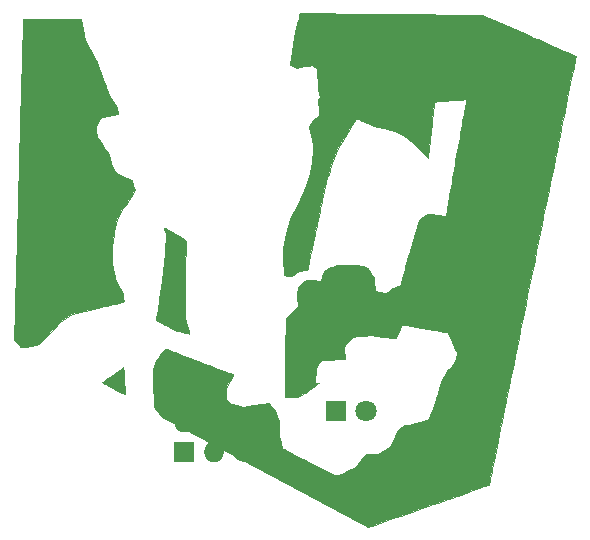
<source format=gtl>
%TF.GenerationSoftware,KiCad,Pcbnew,(6.0.0)*%
%TF.CreationDate,2022-01-13T20:13:22-06:00*%
%TF.ProjectId,DieHardSAO,44696548-6172-4645-9341-4f2e6b696361,rev?*%
%TF.SameCoordinates,Original*%
%TF.FileFunction,Copper,L1,Top*%
%TF.FilePolarity,Positive*%
%FSLAX46Y46*%
G04 Gerber Fmt 4.6, Leading zero omitted, Abs format (unit mm)*
G04 Created by KiCad (PCBNEW (6.0.0)) date 2022-01-13 20:13:22*
%MOMM*%
%LPD*%
G01*
G04 APERTURE LIST*
%TA.AperFunction,EtchedComponent*%
%ADD10C,0.010000*%
%TD*%
%TA.AperFunction,ComponentPad*%
%ADD11C,1.800000*%
%TD*%
%TA.AperFunction,ComponentPad*%
%ADD12R,1.800000X1.800000*%
%TD*%
%TA.AperFunction,ComponentPad*%
%ADD13C,1.727200*%
%TD*%
%TA.AperFunction,ComponentPad*%
%ADD14O,1.727200X1.727200*%
%TD*%
%TA.AperFunction,ComponentPad*%
%ADD15R,1.727200X1.727200*%
%TD*%
G04 APERTURE END LIST*
D10*
%TO.C,G\u002A\u002A\u002A*%
X104962344Y-90460877D02*
X105013196Y-90489419D01*
X105013196Y-90489419D02*
X105091979Y-90534830D01*
X105091979Y-90534830D02*
X105194527Y-90594629D01*
X105194527Y-90594629D02*
X105316669Y-90666335D01*
X105316669Y-90666335D02*
X105454237Y-90747466D01*
X105454237Y-90747466D02*
X105603063Y-90835540D01*
X105603063Y-90835540D02*
X105758979Y-90928077D01*
X105758979Y-90928077D02*
X105917814Y-91022594D01*
X105917814Y-91022594D02*
X106075401Y-91116611D01*
X106075401Y-91116611D02*
X106227571Y-91207646D01*
X106227571Y-91207646D02*
X106370156Y-91293218D01*
X106370156Y-91293218D02*
X106498986Y-91370845D01*
X106498986Y-91370845D02*
X106609894Y-91438046D01*
X106609894Y-91438046D02*
X106698710Y-91492339D01*
X106698710Y-91492339D02*
X106761265Y-91531244D01*
X106761265Y-91531244D02*
X106793392Y-91552278D01*
X106793392Y-91552278D02*
X106796124Y-91554403D01*
X106796124Y-91554403D02*
X106796931Y-91576038D01*
X106796931Y-91576038D02*
X106796709Y-91635630D01*
X106796709Y-91635630D02*
X106795535Y-91728820D01*
X106795535Y-91728820D02*
X106793486Y-91851245D01*
X106793486Y-91851245D02*
X106790638Y-91998546D01*
X106790638Y-91998546D02*
X106787069Y-92166360D01*
X106787069Y-92166360D02*
X106782856Y-92350328D01*
X106782856Y-92350328D02*
X106780032Y-92467429D01*
X106780032Y-92467429D02*
X106776672Y-92614629D01*
X106776672Y-92614629D02*
X106772868Y-92799959D01*
X106772868Y-92799959D02*
X106768688Y-93019222D01*
X106768688Y-93019222D02*
X106764200Y-93268219D01*
X106764200Y-93268219D02*
X106759472Y-93542750D01*
X106759472Y-93542750D02*
X106754574Y-93838618D01*
X106754574Y-93838618D02*
X106749573Y-94151622D01*
X106749573Y-94151622D02*
X106744539Y-94477565D01*
X106744539Y-94477565D02*
X106739540Y-94812247D01*
X106739540Y-94812247D02*
X106734643Y-95151470D01*
X106734643Y-95151470D02*
X106729918Y-95491034D01*
X106729918Y-95491034D02*
X106726242Y-95765101D01*
X106726242Y-95765101D02*
X106694753Y-98155286D01*
X106694753Y-98155286D02*
X106895793Y-98784227D01*
X106895793Y-98784227D02*
X106945319Y-98939567D01*
X106945319Y-98939567D02*
X106990414Y-99081782D01*
X106990414Y-99081782D02*
X107029524Y-99205908D01*
X107029524Y-99205908D02*
X107061094Y-99306981D01*
X107061094Y-99306981D02*
X107083569Y-99380039D01*
X107083569Y-99380039D02*
X107095396Y-99420116D01*
X107095396Y-99420116D02*
X107096834Y-99426168D01*
X107096834Y-99426168D02*
X107097406Y-99430811D01*
X107097406Y-99430811D02*
X107096339Y-99434140D01*
X107096339Y-99434140D02*
X107089459Y-99435236D01*
X107089459Y-99435236D02*
X107072593Y-99433183D01*
X107072593Y-99433183D02*
X107041565Y-99427063D01*
X107041565Y-99427063D02*
X106992203Y-99415959D01*
X106992203Y-99415959D02*
X106920330Y-99398953D01*
X106920330Y-99398953D02*
X106821774Y-99375128D01*
X106821774Y-99375128D02*
X106692361Y-99343568D01*
X106692361Y-99343568D02*
X106527916Y-99303354D01*
X106527916Y-99303354D02*
X106438853Y-99281573D01*
X106438853Y-99281573D02*
X106281947Y-99243032D01*
X106281947Y-99243032D02*
X106138166Y-99207371D01*
X106138166Y-99207371D02*
X106012709Y-99175907D01*
X106012709Y-99175907D02*
X105910774Y-99149957D01*
X105910774Y-99149957D02*
X105837562Y-99130838D01*
X105837562Y-99130838D02*
X105798270Y-99119866D01*
X105798270Y-99119866D02*
X105793270Y-99118083D01*
X105793270Y-99118083D02*
X105771333Y-99105414D01*
X105771333Y-99105414D02*
X105716895Y-99073640D01*
X105716895Y-99073640D02*
X105633950Y-99025101D01*
X105633950Y-99025101D02*
X105526495Y-98962141D01*
X105526495Y-98962141D02*
X105398526Y-98887099D01*
X105398526Y-98887099D02*
X105254039Y-98802319D01*
X105254039Y-98802319D02*
X105097029Y-98710142D01*
X105097029Y-98710142D02*
X105042327Y-98678017D01*
X105042327Y-98678017D02*
X104310738Y-98248332D01*
X104310738Y-98248332D02*
X104390299Y-97631958D01*
X104390299Y-97631958D02*
X104407786Y-97500114D01*
X104407786Y-97500114D02*
X104430825Y-97332105D01*
X104430825Y-97332105D02*
X104458597Y-97133615D01*
X104458597Y-97133615D02*
X104490288Y-96910331D01*
X104490288Y-96910331D02*
X104525081Y-96667938D01*
X104525081Y-96667938D02*
X104562158Y-96412122D01*
X104562158Y-96412122D02*
X104600704Y-96148568D01*
X104600704Y-96148568D02*
X104639902Y-95882964D01*
X104639902Y-95882964D02*
X104678935Y-95620993D01*
X104678935Y-95620993D02*
X104682468Y-95597417D01*
X104682468Y-95597417D02*
X104895076Y-94179250D01*
X104895076Y-94179250D02*
X105000624Y-92579056D01*
X105000624Y-92579056D02*
X105106173Y-90978863D01*
X105106173Y-90978863D02*
X105019723Y-90720434D01*
X105019723Y-90720434D02*
X104988094Y-90622869D01*
X104988094Y-90622869D02*
X104963301Y-90540513D01*
X104963301Y-90540513D02*
X104947568Y-90481215D01*
X104947568Y-90481215D02*
X104943118Y-90452826D01*
X104943118Y-90452826D02*
X104943593Y-90451685D01*
X104943593Y-90451685D02*
X104962344Y-90460877D01*
X104962344Y-90460877D02*
X104962344Y-90460877D01*
G36*
X104962344Y-90460877D02*
G01*
X105013196Y-90489419D01*
X105091979Y-90534830D01*
X105194527Y-90594629D01*
X105316669Y-90666335D01*
X105454237Y-90747466D01*
X105603063Y-90835540D01*
X105758979Y-90928077D01*
X105917814Y-91022594D01*
X106075401Y-91116611D01*
X106227571Y-91207646D01*
X106370156Y-91293218D01*
X106498986Y-91370845D01*
X106609894Y-91438046D01*
X106698710Y-91492339D01*
X106761265Y-91531244D01*
X106793392Y-91552278D01*
X106796124Y-91554403D01*
X106796931Y-91576038D01*
X106796709Y-91635630D01*
X106795535Y-91728820D01*
X106793486Y-91851245D01*
X106790638Y-91998546D01*
X106787069Y-92166360D01*
X106782856Y-92350328D01*
X106780032Y-92467429D01*
X106776672Y-92614629D01*
X106772868Y-92799959D01*
X106768688Y-93019222D01*
X106764200Y-93268219D01*
X106759472Y-93542750D01*
X106754574Y-93838618D01*
X106749573Y-94151622D01*
X106744539Y-94477565D01*
X106739540Y-94812247D01*
X106734643Y-95151470D01*
X106729918Y-95491034D01*
X106726242Y-95765101D01*
X106694753Y-98155286D01*
X106895793Y-98784227D01*
X106945319Y-98939567D01*
X106990414Y-99081782D01*
X107029524Y-99205908D01*
X107061094Y-99306981D01*
X107083569Y-99380039D01*
X107095396Y-99420116D01*
X107096834Y-99426168D01*
X107097406Y-99430811D01*
X107096339Y-99434140D01*
X107089459Y-99435236D01*
X107072593Y-99433183D01*
X107041565Y-99427063D01*
X106992203Y-99415959D01*
X106920330Y-99398953D01*
X106821774Y-99375128D01*
X106692361Y-99343568D01*
X106527916Y-99303354D01*
X106438853Y-99281573D01*
X106281947Y-99243032D01*
X106138166Y-99207371D01*
X106012709Y-99175907D01*
X105910774Y-99149957D01*
X105837562Y-99130838D01*
X105798270Y-99119866D01*
X105793270Y-99118083D01*
X105771333Y-99105414D01*
X105716895Y-99073640D01*
X105633950Y-99025101D01*
X105526495Y-98962141D01*
X105398526Y-98887099D01*
X105254039Y-98802319D01*
X105097029Y-98710142D01*
X105042327Y-98678017D01*
X104310738Y-98248332D01*
X104390299Y-97631958D01*
X104407786Y-97500114D01*
X104430825Y-97332105D01*
X104458597Y-97133615D01*
X104490288Y-96910331D01*
X104525081Y-96667938D01*
X104562158Y-96412122D01*
X104600704Y-96148568D01*
X104639902Y-95882964D01*
X104678935Y-95620993D01*
X104682468Y-95597417D01*
X104895076Y-94179250D01*
X105000624Y-92579056D01*
X105106173Y-90978863D01*
X105019723Y-90720434D01*
X104988094Y-90622869D01*
X104963301Y-90540513D01*
X104947568Y-90481215D01*
X104943118Y-90452826D01*
X104943593Y-90451685D01*
X104962344Y-90460877D01*
G37*
X104962344Y-90460877D02*
X105013196Y-90489419D01*
X105091979Y-90534830D01*
X105194527Y-90594629D01*
X105316669Y-90666335D01*
X105454237Y-90747466D01*
X105603063Y-90835540D01*
X105758979Y-90928077D01*
X105917814Y-91022594D01*
X106075401Y-91116611D01*
X106227571Y-91207646D01*
X106370156Y-91293218D01*
X106498986Y-91370845D01*
X106609894Y-91438046D01*
X106698710Y-91492339D01*
X106761265Y-91531244D01*
X106793392Y-91552278D01*
X106796124Y-91554403D01*
X106796931Y-91576038D01*
X106796709Y-91635630D01*
X106795535Y-91728820D01*
X106793486Y-91851245D01*
X106790638Y-91998546D01*
X106787069Y-92166360D01*
X106782856Y-92350328D01*
X106780032Y-92467429D01*
X106776672Y-92614629D01*
X106772868Y-92799959D01*
X106768688Y-93019222D01*
X106764200Y-93268219D01*
X106759472Y-93542750D01*
X106754574Y-93838618D01*
X106749573Y-94151622D01*
X106744539Y-94477565D01*
X106739540Y-94812247D01*
X106734643Y-95151470D01*
X106729918Y-95491034D01*
X106726242Y-95765101D01*
X106694753Y-98155286D01*
X106895793Y-98784227D01*
X106945319Y-98939567D01*
X106990414Y-99081782D01*
X107029524Y-99205908D01*
X107061094Y-99306981D01*
X107083569Y-99380039D01*
X107095396Y-99420116D01*
X107096834Y-99426168D01*
X107097406Y-99430811D01*
X107096339Y-99434140D01*
X107089459Y-99435236D01*
X107072593Y-99433183D01*
X107041565Y-99427063D01*
X106992203Y-99415959D01*
X106920330Y-99398953D01*
X106821774Y-99375128D01*
X106692361Y-99343568D01*
X106527916Y-99303354D01*
X106438853Y-99281573D01*
X106281947Y-99243032D01*
X106138166Y-99207371D01*
X106012709Y-99175907D01*
X105910774Y-99149957D01*
X105837562Y-99130838D01*
X105798270Y-99119866D01*
X105793270Y-99118083D01*
X105771333Y-99105414D01*
X105716895Y-99073640D01*
X105633950Y-99025101D01*
X105526495Y-98962141D01*
X105398526Y-98887099D01*
X105254039Y-98802319D01*
X105097029Y-98710142D01*
X105042327Y-98678017D01*
X104310738Y-98248332D01*
X104390299Y-97631958D01*
X104407786Y-97500114D01*
X104430825Y-97332105D01*
X104458597Y-97133615D01*
X104490288Y-96910331D01*
X104525081Y-96667938D01*
X104562158Y-96412122D01*
X104600704Y-96148568D01*
X104639902Y-95882964D01*
X104678935Y-95620993D01*
X104682468Y-95597417D01*
X104895076Y-94179250D01*
X105000624Y-92579056D01*
X105106173Y-90978863D01*
X105019723Y-90720434D01*
X104988094Y-90622869D01*
X104963301Y-90540513D01*
X104947568Y-90481215D01*
X104943118Y-90452826D01*
X104943593Y-90451685D01*
X104962344Y-90460877D01*
X97921084Y-72811728D02*
X98105123Y-73684916D01*
X98105123Y-73684916D02*
X98289163Y-74558105D01*
X98289163Y-74558105D02*
X98790988Y-75510428D01*
X98790988Y-75510428D02*
X99292812Y-76462750D01*
X99292812Y-76462750D02*
X99541103Y-77203584D01*
X99541103Y-77203584D02*
X99610858Y-77409519D01*
X99610858Y-77409519D02*
X99688550Y-77635114D01*
X99688550Y-77635114D02*
X99770240Y-77869181D01*
X99770240Y-77869181D02*
X99851992Y-78100533D01*
X99851992Y-78100533D02*
X99929867Y-78317982D01*
X99929867Y-78317982D02*
X99999929Y-78510340D01*
X99999929Y-78510340D02*
X100022124Y-78570334D01*
X100022124Y-78570334D02*
X100254854Y-79196252D01*
X100254854Y-79196252D02*
X100610802Y-79730289D01*
X100610802Y-79730289D02*
X100966751Y-80264326D01*
X100966751Y-80264326D02*
X101002156Y-80543705D01*
X101002156Y-80543705D02*
X101014912Y-80647071D01*
X101014912Y-80647071D02*
X101024981Y-80733964D01*
X101024981Y-80733964D02*
X101031499Y-80796489D01*
X101031499Y-80796489D02*
X101033599Y-80826751D01*
X101033599Y-80826751D02*
X101033366Y-80828318D01*
X101033366Y-80828318D02*
X101012285Y-80834149D01*
X101012285Y-80834149D02*
X100957075Y-80846689D01*
X100957075Y-80846689D02*
X100875114Y-80864331D01*
X100875114Y-80864331D02*
X100773783Y-80885469D01*
X100773783Y-80885469D02*
X100723960Y-80895667D01*
X100723960Y-80895667D02*
X100622364Y-80916897D01*
X100622364Y-80916897D02*
X100499423Y-80943456D01*
X100499423Y-80943456D02*
X100362499Y-80973665D01*
X100362499Y-80973665D02*
X100218957Y-81005842D01*
X100218957Y-81005842D02*
X100076160Y-81038308D01*
X100076160Y-81038308D02*
X99941472Y-81069383D01*
X99941472Y-81069383D02*
X99822258Y-81097385D01*
X99822258Y-81097385D02*
X99725880Y-81120635D01*
X99725880Y-81120635D02*
X99659703Y-81137452D01*
X99659703Y-81137452D02*
X99639762Y-81143069D01*
X99639762Y-81143069D02*
X99616427Y-81163753D01*
X99616427Y-81163753D02*
X99574530Y-81214250D01*
X99574530Y-81214250D02*
X99518423Y-81288777D01*
X99518423Y-81288777D02*
X99452461Y-81381554D01*
X99452461Y-81381554D02*
X99381312Y-81486322D01*
X99381312Y-81486322D02*
X99161018Y-81817917D01*
X99161018Y-81817917D02*
X99230275Y-82297222D01*
X99230275Y-82297222D02*
X99299533Y-82776528D01*
X99299533Y-82776528D02*
X99596490Y-83228556D01*
X99596490Y-83228556D02*
X99692886Y-83376104D01*
X99692886Y-83376104D02*
X99795510Y-83534598D01*
X99795510Y-83534598D02*
X99897599Y-83693494D01*
X99897599Y-83693494D02*
X99992387Y-83842248D01*
X99992387Y-83842248D02*
X100073112Y-83970317D01*
X100073112Y-83970317D02*
X100098871Y-84011653D01*
X100098871Y-84011653D02*
X100304293Y-84342723D01*
X100304293Y-84342723D02*
X100502580Y-84961909D01*
X100502580Y-84961909D02*
X100700866Y-85581095D01*
X100700866Y-85581095D02*
X100885918Y-85767008D01*
X100885918Y-85767008D02*
X101070969Y-85952921D01*
X101070969Y-85952921D02*
X101623276Y-86178404D01*
X101623276Y-86178404D02*
X101767421Y-86237779D01*
X101767421Y-86237779D02*
X101899176Y-86293056D01*
X101899176Y-86293056D02*
X102013304Y-86341958D01*
X102013304Y-86341958D02*
X102104566Y-86382206D01*
X102104566Y-86382206D02*
X102167723Y-86411522D01*
X102167723Y-86411522D02*
X102197537Y-86427628D01*
X102197537Y-86427628D02*
X102198710Y-86428652D01*
X102198710Y-86428652D02*
X102212590Y-86455497D01*
X102212590Y-86455497D02*
X102237766Y-86515866D01*
X102237766Y-86515866D02*
X102271724Y-86603264D01*
X102271724Y-86603264D02*
X102311951Y-86711197D01*
X102311951Y-86711197D02*
X102355934Y-86833171D01*
X102355934Y-86833171D02*
X102363165Y-86853593D01*
X102363165Y-86853593D02*
X102504495Y-87253770D01*
X102504495Y-87253770D02*
X102320540Y-87552093D01*
X102320540Y-87552093D02*
X102123263Y-87865799D01*
X102123263Y-87865799D02*
X101910946Y-88192251D01*
X101910946Y-88192251D02*
X101694680Y-88514667D01*
X101694680Y-88514667D02*
X101485554Y-88816265D01*
X101485554Y-88816265D02*
X101480025Y-88824084D01*
X101480025Y-88824084D02*
X101335867Y-89035533D01*
X101335867Y-89035533D02*
X101217384Y-89227839D01*
X101217384Y-89227839D02*
X101119399Y-89410852D01*
X101119399Y-89410852D02*
X101036739Y-89594420D01*
X101036739Y-89594420D02*
X100964227Y-89788391D01*
X100964227Y-89788391D02*
X100948231Y-89836149D01*
X100948231Y-89836149D02*
X100871885Y-90097896D01*
X100871885Y-90097896D02*
X100802034Y-90398710D01*
X100802034Y-90398710D02*
X100738604Y-90739079D01*
X100738604Y-90739079D02*
X100681519Y-91119490D01*
X100681519Y-91119490D02*
X100630705Y-91540432D01*
X100630705Y-91540432D02*
X100586087Y-92002394D01*
X100586087Y-92002394D02*
X100554844Y-92401250D01*
X100554844Y-92401250D02*
X100541469Y-92762113D01*
X100541469Y-92762113D02*
X100549998Y-93141876D01*
X100549998Y-93141876D02*
X100579229Y-93529848D01*
X100579229Y-93529848D02*
X100627958Y-93915337D01*
X100627958Y-93915337D02*
X100694983Y-94287651D01*
X100694983Y-94287651D02*
X100779102Y-94636097D01*
X100779102Y-94636097D02*
X100823002Y-94784778D01*
X100823002Y-94784778D02*
X100850005Y-94866836D01*
X100850005Y-94866836D02*
X100877905Y-94941339D01*
X100877905Y-94941339D02*
X100910245Y-95015278D01*
X100910245Y-95015278D02*
X100950573Y-95095644D01*
X100950573Y-95095644D02*
X101002432Y-95189428D01*
X101002432Y-95189428D02*
X101069370Y-95303621D01*
X101069370Y-95303621D02*
X101154929Y-95445213D01*
X101154929Y-95445213D02*
X101172756Y-95474435D01*
X101172756Y-95474435D02*
X101249547Y-95601316D01*
X101249547Y-95601316D02*
X101319569Y-95719160D01*
X101319569Y-95719160D02*
X101379528Y-95822250D01*
X101379528Y-95822250D02*
X101426132Y-95904871D01*
X101426132Y-95904871D02*
X101456088Y-95961309D01*
X101456088Y-95961309D02*
X101465470Y-95982435D01*
X101465470Y-95982435D02*
X101475023Y-96028536D01*
X101475023Y-96028536D02*
X101485020Y-96103454D01*
X101485020Y-96103454D02*
X101494883Y-96198724D01*
X101494883Y-96198724D02*
X101504034Y-96305886D01*
X101504034Y-96305886D02*
X101511892Y-96416476D01*
X101511892Y-96416476D02*
X101517879Y-96522033D01*
X101517879Y-96522033D02*
X101521416Y-96614093D01*
X101521416Y-96614093D02*
X101521923Y-96684195D01*
X101521923Y-96684195D02*
X101518822Y-96723876D01*
X101518822Y-96723876D02*
X101516573Y-96729221D01*
X101516573Y-96729221D02*
X101493878Y-96736280D01*
X101493878Y-96736280D02*
X101432678Y-96752316D01*
X101432678Y-96752316D02*
X101335691Y-96776676D01*
X101335691Y-96776676D02*
X101205635Y-96808706D01*
X101205635Y-96808706D02*
X101045228Y-96847750D01*
X101045228Y-96847750D02*
X100857187Y-96893156D01*
X100857187Y-96893156D02*
X100644232Y-96944267D01*
X100644232Y-96944267D02*
X100409079Y-97000430D01*
X100409079Y-97000430D02*
X100154447Y-97060991D01*
X100154447Y-97060991D02*
X99883054Y-97125296D01*
X99883054Y-97125296D02*
X99597617Y-97192689D01*
X99597617Y-97192689D02*
X99325470Y-97256734D01*
X99325470Y-97256734D02*
X97152689Y-97767262D01*
X97152689Y-97767262D02*
X96116267Y-98412584D01*
X96116267Y-98412584D02*
X95255704Y-99375667D01*
X95255704Y-99375667D02*
X94395142Y-100338750D01*
X94395142Y-100338750D02*
X93671029Y-100469981D01*
X93671029Y-100469981D02*
X93499167Y-100500879D01*
X93499167Y-100500879D02*
X93338728Y-100529247D01*
X93338728Y-100529247D02*
X93194926Y-100554201D01*
X93194926Y-100554201D02*
X93072975Y-100574856D01*
X93072975Y-100574856D02*
X92978087Y-100590324D01*
X92978087Y-100590324D02*
X92915477Y-100599722D01*
X92915477Y-100599722D02*
X92892199Y-100602273D01*
X92892199Y-100602273D02*
X92867766Y-100596978D01*
X92867766Y-100596978D02*
X92835718Y-100577816D01*
X92835718Y-100577816D02*
X92792110Y-100541148D01*
X92792110Y-100541148D02*
X92732996Y-100483336D01*
X92732996Y-100483336D02*
X92654429Y-100400740D01*
X92654429Y-100400740D02*
X92552464Y-100289721D01*
X92552464Y-100289721D02*
X92548241Y-100285075D01*
X92548241Y-100285075D02*
X92443123Y-100168003D01*
X92443123Y-100168003D02*
X92364788Y-100077190D01*
X92364788Y-100077190D02*
X92310263Y-100008783D01*
X92310263Y-100008783D02*
X92276577Y-99958929D01*
X92276577Y-99958929D02*
X92260759Y-99923772D01*
X92260759Y-99923772D02*
X92258600Y-99909367D01*
X92258600Y-99909367D02*
X92259140Y-99881045D01*
X92259140Y-99881045D02*
X92260837Y-99811789D01*
X92260837Y-99811789D02*
X92263653Y-99702984D01*
X92263653Y-99702984D02*
X92267549Y-99556011D01*
X92267549Y-99556011D02*
X92272485Y-99372254D01*
X92272485Y-99372254D02*
X92278424Y-99153096D01*
X92278424Y-99153096D02*
X92285325Y-98899921D01*
X92285325Y-98899921D02*
X92293151Y-98614110D01*
X92293151Y-98614110D02*
X92301863Y-98297048D01*
X92301863Y-98297048D02*
X92311421Y-97950117D01*
X92311421Y-97950117D02*
X92321787Y-97574701D01*
X92321787Y-97574701D02*
X92332923Y-97172182D01*
X92332923Y-97172182D02*
X92344789Y-96743944D01*
X92344789Y-96743944D02*
X92357346Y-96291370D01*
X92357346Y-96291370D02*
X92370556Y-95815842D01*
X92370556Y-95815842D02*
X92384379Y-95318745D01*
X92384379Y-95318745D02*
X92398778Y-94801461D01*
X92398778Y-94801461D02*
X92413713Y-94265372D01*
X92413713Y-94265372D02*
X92429146Y-93711863D01*
X92429146Y-93711863D02*
X92445037Y-93142317D01*
X92445037Y-93142317D02*
X92461347Y-92558116D01*
X92461347Y-92558116D02*
X92478039Y-91960643D01*
X92478039Y-91960643D02*
X92495073Y-91351282D01*
X92495073Y-91351282D02*
X92512410Y-90731416D01*
X92512410Y-90731416D02*
X92530012Y-90102427D01*
X92530012Y-90102427D02*
X92547839Y-89465699D01*
X92547839Y-89465699D02*
X92565853Y-88822616D01*
X92565853Y-88822616D02*
X92584015Y-88174559D01*
X92584015Y-88174559D02*
X92602287Y-87522913D01*
X92602287Y-87522913D02*
X92620629Y-86869060D01*
X92620629Y-86869060D02*
X92639002Y-86214383D01*
X92639002Y-86214383D02*
X92657368Y-85560265D01*
X92657368Y-85560265D02*
X92675689Y-84908091D01*
X92675689Y-84908091D02*
X92693924Y-84259241D01*
X92693924Y-84259241D02*
X92712036Y-83615101D01*
X92712036Y-83615101D02*
X92729985Y-82977052D01*
X92729985Y-82977052D02*
X92747732Y-82346479D01*
X92747732Y-82346479D02*
X92765240Y-81724763D01*
X92765240Y-81724763D02*
X92782469Y-81113288D01*
X92782469Y-81113288D02*
X92799380Y-80513438D01*
X92799380Y-80513438D02*
X92815934Y-79926595D01*
X92815934Y-79926595D02*
X92832093Y-79354142D01*
X92832093Y-79354142D02*
X92847818Y-78797463D01*
X92847818Y-78797463D02*
X92863070Y-78257940D01*
X92863070Y-78257940D02*
X92877810Y-77736957D01*
X92877810Y-77736957D02*
X92891999Y-77235897D01*
X92891999Y-77235897D02*
X92905599Y-76756143D01*
X92905599Y-76756143D02*
X92918570Y-76299077D01*
X92918570Y-76299077D02*
X92930875Y-75866084D01*
X92930875Y-75866084D02*
X92942473Y-75458546D01*
X92942473Y-75458546D02*
X92953327Y-75077845D01*
X92953327Y-75077845D02*
X92963397Y-74725367D01*
X92963397Y-74725367D02*
X92972644Y-74402492D01*
X92972644Y-74402492D02*
X92981031Y-74110605D01*
X92981031Y-74110605D02*
X92988517Y-73851089D01*
X92988517Y-73851089D02*
X92995065Y-73625327D01*
X92995065Y-73625327D02*
X93000634Y-73434701D01*
X93000634Y-73434701D02*
X93005188Y-73280595D01*
X93005188Y-73280595D02*
X93008686Y-73164392D01*
X93008686Y-73164392D02*
X93011090Y-73087475D01*
X93011090Y-73087475D02*
X93012361Y-73051227D01*
X93012361Y-73051227D02*
X93012438Y-73049625D01*
X93012438Y-73049625D02*
X93025176Y-72811500D01*
X93025176Y-72811500D02*
X97921084Y-72811728D01*
X97921084Y-72811728D02*
X97921084Y-72811728D01*
G36*
X97921084Y-72811728D02*
G01*
X98105123Y-73684916D01*
X98289163Y-74558105D01*
X98790988Y-75510428D01*
X99292812Y-76462750D01*
X99541103Y-77203584D01*
X99610858Y-77409519D01*
X99688550Y-77635114D01*
X99770240Y-77869181D01*
X99851992Y-78100533D01*
X99929867Y-78317982D01*
X99999929Y-78510340D01*
X100022124Y-78570334D01*
X100254854Y-79196252D01*
X100610802Y-79730289D01*
X100966751Y-80264326D01*
X101002156Y-80543705D01*
X101014912Y-80647071D01*
X101024981Y-80733964D01*
X101031499Y-80796489D01*
X101033599Y-80826751D01*
X101033366Y-80828318D01*
X101012285Y-80834149D01*
X100957075Y-80846689D01*
X100875114Y-80864331D01*
X100773783Y-80885469D01*
X100723960Y-80895667D01*
X100622364Y-80916897D01*
X100499423Y-80943456D01*
X100362499Y-80973665D01*
X100218957Y-81005842D01*
X100076160Y-81038308D01*
X99941472Y-81069383D01*
X99822258Y-81097385D01*
X99725880Y-81120635D01*
X99659703Y-81137452D01*
X99639762Y-81143069D01*
X99616427Y-81163753D01*
X99574530Y-81214250D01*
X99518423Y-81288777D01*
X99452461Y-81381554D01*
X99381312Y-81486322D01*
X99161018Y-81817917D01*
X99230275Y-82297222D01*
X99299533Y-82776528D01*
X99596490Y-83228556D01*
X99692886Y-83376104D01*
X99795510Y-83534598D01*
X99897599Y-83693494D01*
X99992387Y-83842248D01*
X100073112Y-83970317D01*
X100098871Y-84011653D01*
X100304293Y-84342723D01*
X100502580Y-84961909D01*
X100700866Y-85581095D01*
X100885918Y-85767008D01*
X101070969Y-85952921D01*
X101623276Y-86178404D01*
X101767421Y-86237779D01*
X101899176Y-86293056D01*
X102013304Y-86341958D01*
X102104566Y-86382206D01*
X102167723Y-86411522D01*
X102197537Y-86427628D01*
X102198710Y-86428652D01*
X102212590Y-86455497D01*
X102237766Y-86515866D01*
X102271724Y-86603264D01*
X102311951Y-86711197D01*
X102355934Y-86833171D01*
X102363165Y-86853593D01*
X102504495Y-87253770D01*
X102320540Y-87552093D01*
X102123263Y-87865799D01*
X101910946Y-88192251D01*
X101694680Y-88514667D01*
X101485554Y-88816265D01*
X101480025Y-88824084D01*
X101335867Y-89035533D01*
X101217384Y-89227839D01*
X101119399Y-89410852D01*
X101036739Y-89594420D01*
X100964227Y-89788391D01*
X100948231Y-89836149D01*
X100871885Y-90097896D01*
X100802034Y-90398710D01*
X100738604Y-90739079D01*
X100681519Y-91119490D01*
X100630705Y-91540432D01*
X100586087Y-92002394D01*
X100554844Y-92401250D01*
X100541469Y-92762113D01*
X100549998Y-93141876D01*
X100579229Y-93529848D01*
X100627958Y-93915337D01*
X100694983Y-94287651D01*
X100779102Y-94636097D01*
X100823002Y-94784778D01*
X100850005Y-94866836D01*
X100877905Y-94941339D01*
X100910245Y-95015278D01*
X100950573Y-95095644D01*
X101002432Y-95189428D01*
X101069370Y-95303621D01*
X101154929Y-95445213D01*
X101172756Y-95474435D01*
X101249547Y-95601316D01*
X101319569Y-95719160D01*
X101379528Y-95822250D01*
X101426132Y-95904871D01*
X101456088Y-95961309D01*
X101465470Y-95982435D01*
X101475023Y-96028536D01*
X101485020Y-96103454D01*
X101494883Y-96198724D01*
X101504034Y-96305886D01*
X101511892Y-96416476D01*
X101517879Y-96522033D01*
X101521416Y-96614093D01*
X101521923Y-96684195D01*
X101518822Y-96723876D01*
X101516573Y-96729221D01*
X101493878Y-96736280D01*
X101432678Y-96752316D01*
X101335691Y-96776676D01*
X101205635Y-96808706D01*
X101045228Y-96847750D01*
X100857187Y-96893156D01*
X100644232Y-96944267D01*
X100409079Y-97000430D01*
X100154447Y-97060991D01*
X99883054Y-97125296D01*
X99597617Y-97192689D01*
X99325470Y-97256734D01*
X97152689Y-97767262D01*
X96116267Y-98412584D01*
X95255704Y-99375667D01*
X94395142Y-100338750D01*
X93671029Y-100469981D01*
X93499167Y-100500879D01*
X93338728Y-100529247D01*
X93194926Y-100554201D01*
X93072975Y-100574856D01*
X92978087Y-100590324D01*
X92915477Y-100599722D01*
X92892199Y-100602273D01*
X92867766Y-100596978D01*
X92835718Y-100577816D01*
X92792110Y-100541148D01*
X92732996Y-100483336D01*
X92654429Y-100400740D01*
X92552464Y-100289721D01*
X92548241Y-100285075D01*
X92443123Y-100168003D01*
X92364788Y-100077190D01*
X92310263Y-100008783D01*
X92276577Y-99958929D01*
X92260759Y-99923772D01*
X92258600Y-99909367D01*
X92259140Y-99881045D01*
X92260837Y-99811789D01*
X92263653Y-99702984D01*
X92267549Y-99556011D01*
X92272485Y-99372254D01*
X92278424Y-99153096D01*
X92285325Y-98899921D01*
X92293151Y-98614110D01*
X92301863Y-98297048D01*
X92311421Y-97950117D01*
X92321787Y-97574701D01*
X92332923Y-97172182D01*
X92344789Y-96743944D01*
X92357346Y-96291370D01*
X92370556Y-95815842D01*
X92384379Y-95318745D01*
X92398778Y-94801461D01*
X92413713Y-94265372D01*
X92429146Y-93711863D01*
X92445037Y-93142317D01*
X92461347Y-92558116D01*
X92478039Y-91960643D01*
X92495073Y-91351282D01*
X92512410Y-90731416D01*
X92530012Y-90102427D01*
X92547839Y-89465699D01*
X92565853Y-88822616D01*
X92584015Y-88174559D01*
X92602287Y-87522913D01*
X92620629Y-86869060D01*
X92639002Y-86214383D01*
X92657368Y-85560265D01*
X92675689Y-84908091D01*
X92693924Y-84259241D01*
X92712036Y-83615101D01*
X92729985Y-82977052D01*
X92747732Y-82346479D01*
X92765240Y-81724763D01*
X92782469Y-81113288D01*
X92799380Y-80513438D01*
X92815934Y-79926595D01*
X92832093Y-79354142D01*
X92847818Y-78797463D01*
X92863070Y-78257940D01*
X92877810Y-77736957D01*
X92891999Y-77235897D01*
X92905599Y-76756143D01*
X92918570Y-76299077D01*
X92930875Y-75866084D01*
X92942473Y-75458546D01*
X92953327Y-75077845D01*
X92963397Y-74725367D01*
X92972644Y-74402492D01*
X92981031Y-74110605D01*
X92988517Y-73851089D01*
X92995065Y-73625327D01*
X93000634Y-73434701D01*
X93005188Y-73280595D01*
X93008686Y-73164392D01*
X93011090Y-73087475D01*
X93012361Y-73051227D01*
X93012438Y-73049625D01*
X93025176Y-72811500D01*
X97921084Y-72811728D01*
G37*
X97921084Y-72811728D02*
X98105123Y-73684916D01*
X98289163Y-74558105D01*
X98790988Y-75510428D01*
X99292812Y-76462750D01*
X99541103Y-77203584D01*
X99610858Y-77409519D01*
X99688550Y-77635114D01*
X99770240Y-77869181D01*
X99851992Y-78100533D01*
X99929867Y-78317982D01*
X99999929Y-78510340D01*
X100022124Y-78570334D01*
X100254854Y-79196252D01*
X100610802Y-79730289D01*
X100966751Y-80264326D01*
X101002156Y-80543705D01*
X101014912Y-80647071D01*
X101024981Y-80733964D01*
X101031499Y-80796489D01*
X101033599Y-80826751D01*
X101033366Y-80828318D01*
X101012285Y-80834149D01*
X100957075Y-80846689D01*
X100875114Y-80864331D01*
X100773783Y-80885469D01*
X100723960Y-80895667D01*
X100622364Y-80916897D01*
X100499423Y-80943456D01*
X100362499Y-80973665D01*
X100218957Y-81005842D01*
X100076160Y-81038308D01*
X99941472Y-81069383D01*
X99822258Y-81097385D01*
X99725880Y-81120635D01*
X99659703Y-81137452D01*
X99639762Y-81143069D01*
X99616427Y-81163753D01*
X99574530Y-81214250D01*
X99518423Y-81288777D01*
X99452461Y-81381554D01*
X99381312Y-81486322D01*
X99161018Y-81817917D01*
X99230275Y-82297222D01*
X99299533Y-82776528D01*
X99596490Y-83228556D01*
X99692886Y-83376104D01*
X99795510Y-83534598D01*
X99897599Y-83693494D01*
X99992387Y-83842248D01*
X100073112Y-83970317D01*
X100098871Y-84011653D01*
X100304293Y-84342723D01*
X100502580Y-84961909D01*
X100700866Y-85581095D01*
X100885918Y-85767008D01*
X101070969Y-85952921D01*
X101623276Y-86178404D01*
X101767421Y-86237779D01*
X101899176Y-86293056D01*
X102013304Y-86341958D01*
X102104566Y-86382206D01*
X102167723Y-86411522D01*
X102197537Y-86427628D01*
X102198710Y-86428652D01*
X102212590Y-86455497D01*
X102237766Y-86515866D01*
X102271724Y-86603264D01*
X102311951Y-86711197D01*
X102355934Y-86833171D01*
X102363165Y-86853593D01*
X102504495Y-87253770D01*
X102320540Y-87552093D01*
X102123263Y-87865799D01*
X101910946Y-88192251D01*
X101694680Y-88514667D01*
X101485554Y-88816265D01*
X101480025Y-88824084D01*
X101335867Y-89035533D01*
X101217384Y-89227839D01*
X101119399Y-89410852D01*
X101036739Y-89594420D01*
X100964227Y-89788391D01*
X100948231Y-89836149D01*
X100871885Y-90097896D01*
X100802034Y-90398710D01*
X100738604Y-90739079D01*
X100681519Y-91119490D01*
X100630705Y-91540432D01*
X100586087Y-92002394D01*
X100554844Y-92401250D01*
X100541469Y-92762113D01*
X100549998Y-93141876D01*
X100579229Y-93529848D01*
X100627958Y-93915337D01*
X100694983Y-94287651D01*
X100779102Y-94636097D01*
X100823002Y-94784778D01*
X100850005Y-94866836D01*
X100877905Y-94941339D01*
X100910245Y-95015278D01*
X100950573Y-95095644D01*
X101002432Y-95189428D01*
X101069370Y-95303621D01*
X101154929Y-95445213D01*
X101172756Y-95474435D01*
X101249547Y-95601316D01*
X101319569Y-95719160D01*
X101379528Y-95822250D01*
X101426132Y-95904871D01*
X101456088Y-95961309D01*
X101465470Y-95982435D01*
X101475023Y-96028536D01*
X101485020Y-96103454D01*
X101494883Y-96198724D01*
X101504034Y-96305886D01*
X101511892Y-96416476D01*
X101517879Y-96522033D01*
X101521416Y-96614093D01*
X101521923Y-96684195D01*
X101518822Y-96723876D01*
X101516573Y-96729221D01*
X101493878Y-96736280D01*
X101432678Y-96752316D01*
X101335691Y-96776676D01*
X101205635Y-96808706D01*
X101045228Y-96847750D01*
X100857187Y-96893156D01*
X100644232Y-96944267D01*
X100409079Y-97000430D01*
X100154447Y-97060991D01*
X99883054Y-97125296D01*
X99597617Y-97192689D01*
X99325470Y-97256734D01*
X97152689Y-97767262D01*
X96116267Y-98412584D01*
X95255704Y-99375667D01*
X94395142Y-100338750D01*
X93671029Y-100469981D01*
X93499167Y-100500879D01*
X93338728Y-100529247D01*
X93194926Y-100554201D01*
X93072975Y-100574856D01*
X92978087Y-100590324D01*
X92915477Y-100599722D01*
X92892199Y-100602273D01*
X92867766Y-100596978D01*
X92835718Y-100577816D01*
X92792110Y-100541148D01*
X92732996Y-100483336D01*
X92654429Y-100400740D01*
X92552464Y-100289721D01*
X92548241Y-100285075D01*
X92443123Y-100168003D01*
X92364788Y-100077190D01*
X92310263Y-100008783D01*
X92276577Y-99958929D01*
X92260759Y-99923772D01*
X92258600Y-99909367D01*
X92259140Y-99881045D01*
X92260837Y-99811789D01*
X92263653Y-99702984D01*
X92267549Y-99556011D01*
X92272485Y-99372254D01*
X92278424Y-99153096D01*
X92285325Y-98899921D01*
X92293151Y-98614110D01*
X92301863Y-98297048D01*
X92311421Y-97950117D01*
X92321787Y-97574701D01*
X92332923Y-97172182D01*
X92344789Y-96743944D01*
X92357346Y-96291370D01*
X92370556Y-95815842D01*
X92384379Y-95318745D01*
X92398778Y-94801461D01*
X92413713Y-94265372D01*
X92429146Y-93711863D01*
X92445037Y-93142317D01*
X92461347Y-92558116D01*
X92478039Y-91960643D01*
X92495073Y-91351282D01*
X92512410Y-90731416D01*
X92530012Y-90102427D01*
X92547839Y-89465699D01*
X92565853Y-88822616D01*
X92584015Y-88174559D01*
X92602287Y-87522913D01*
X92620629Y-86869060D01*
X92639002Y-86214383D01*
X92657368Y-85560265D01*
X92675689Y-84908091D01*
X92693924Y-84259241D01*
X92712036Y-83615101D01*
X92729985Y-82977052D01*
X92747732Y-82346479D01*
X92765240Y-81724763D01*
X92782469Y-81113288D01*
X92799380Y-80513438D01*
X92815934Y-79926595D01*
X92832093Y-79354142D01*
X92847818Y-78797463D01*
X92863070Y-78257940D01*
X92877810Y-77736957D01*
X92891999Y-77235897D01*
X92905599Y-76756143D01*
X92918570Y-76299077D01*
X92930875Y-75866084D01*
X92942473Y-75458546D01*
X92953327Y-75077845D01*
X92963397Y-74725367D01*
X92972644Y-74402492D01*
X92981031Y-74110605D01*
X92988517Y-73851089D01*
X92995065Y-73625327D01*
X93000634Y-73434701D01*
X93005188Y-73280595D01*
X93008686Y-73164392D01*
X93011090Y-73087475D01*
X93012361Y-73051227D01*
X93012438Y-73049625D01*
X93025176Y-72811500D01*
X97921084Y-72811728D01*
X101508106Y-102308122D02*
X101513069Y-102367782D01*
X101513069Y-102367782D02*
X101519751Y-102460099D01*
X101519751Y-102460099D02*
X101527870Y-102580266D01*
X101527870Y-102580266D02*
X101537142Y-102723475D01*
X101537142Y-102723475D02*
X101547281Y-102884920D01*
X101547281Y-102884920D02*
X101558005Y-103059793D01*
X101558005Y-103059793D02*
X101569029Y-103243287D01*
X101569029Y-103243287D02*
X101580070Y-103430595D01*
X101580070Y-103430595D02*
X101590843Y-103616910D01*
X101590843Y-103616910D02*
X101601064Y-103797424D01*
X101601064Y-103797424D02*
X101610449Y-103967330D01*
X101610449Y-103967330D02*
X101618715Y-104121821D01*
X101618715Y-104121821D02*
X101625577Y-104256090D01*
X101625577Y-104256090D02*
X101630752Y-104365330D01*
X101630752Y-104365330D02*
X101633954Y-104444732D01*
X101633954Y-104444732D02*
X101634895Y-104482125D01*
X101634895Y-104482125D02*
X101632454Y-104540334D01*
X101632454Y-104540334D02*
X101625192Y-104575781D01*
X101625192Y-104575781D02*
X101619959Y-104580989D01*
X101619959Y-104580989D02*
X101598730Y-104570943D01*
X101598730Y-104570943D02*
X101543822Y-104542750D01*
X101543822Y-104542750D02*
X101458837Y-104498316D01*
X101458837Y-104498316D02*
X101347380Y-104439546D01*
X101347380Y-104439546D02*
X101213053Y-104368348D01*
X101213053Y-104368348D02*
X101059460Y-104286628D01*
X101059460Y-104286628D02*
X100890202Y-104196292D01*
X100890202Y-104196292D02*
X100708884Y-104099247D01*
X100708884Y-104099247D02*
X100668582Y-104077641D01*
X100668582Y-104077641D02*
X100485161Y-103979167D01*
X100485161Y-103979167D02*
X100313151Y-103886602D01*
X100313151Y-103886602D02*
X100156146Y-103801895D01*
X100156146Y-103801895D02*
X100017738Y-103726994D01*
X100017738Y-103726994D02*
X99901520Y-103663849D01*
X99901520Y-103663849D02*
X99811085Y-103614407D01*
X99811085Y-103614407D02*
X99750026Y-103580618D01*
X99750026Y-103580618D02*
X99721935Y-103564431D01*
X99721935Y-103564431D02*
X99720552Y-103563441D01*
X99720552Y-103563441D02*
X99734826Y-103549121D01*
X99734826Y-103549121D02*
X99780485Y-103512653D01*
X99780485Y-103512653D02*
X99854373Y-103456367D01*
X99854373Y-103456367D02*
X99953336Y-103382593D01*
X99953336Y-103382593D02*
X100074219Y-103293661D01*
X100074219Y-103293661D02*
X100213866Y-103191899D01*
X100213866Y-103191899D02*
X100369124Y-103079638D01*
X100369124Y-103079638D02*
X100536836Y-102959206D01*
X100536836Y-102959206D02*
X100601294Y-102913128D01*
X100601294Y-102913128D02*
X100773331Y-102790635D01*
X100773331Y-102790635D02*
X100934874Y-102676270D01*
X100934874Y-102676270D02*
X101082678Y-102572283D01*
X101082678Y-102572283D02*
X101213502Y-102480925D01*
X101213502Y-102480925D02*
X101324102Y-102404446D01*
X101324102Y-102404446D02*
X101411234Y-102345097D01*
X101411234Y-102345097D02*
X101471657Y-102305128D01*
X101471657Y-102305128D02*
X101502126Y-102286790D01*
X101502126Y-102286790D02*
X101505148Y-102285926D01*
X101505148Y-102285926D02*
X101508106Y-102308122D01*
X101508106Y-102308122D02*
X101508106Y-102308122D01*
G36*
X101508106Y-102308122D02*
G01*
X101513069Y-102367782D01*
X101519751Y-102460099D01*
X101527870Y-102580266D01*
X101537142Y-102723475D01*
X101547281Y-102884920D01*
X101558005Y-103059793D01*
X101569029Y-103243287D01*
X101580070Y-103430595D01*
X101590843Y-103616910D01*
X101601064Y-103797424D01*
X101610449Y-103967330D01*
X101618715Y-104121821D01*
X101625577Y-104256090D01*
X101630752Y-104365330D01*
X101633954Y-104444732D01*
X101634895Y-104482125D01*
X101632454Y-104540334D01*
X101625192Y-104575781D01*
X101619959Y-104580989D01*
X101598730Y-104570943D01*
X101543822Y-104542750D01*
X101458837Y-104498316D01*
X101347380Y-104439546D01*
X101213053Y-104368348D01*
X101059460Y-104286628D01*
X100890202Y-104196292D01*
X100708884Y-104099247D01*
X100668582Y-104077641D01*
X100485161Y-103979167D01*
X100313151Y-103886602D01*
X100156146Y-103801895D01*
X100017738Y-103726994D01*
X99901520Y-103663849D01*
X99811085Y-103614407D01*
X99750026Y-103580618D01*
X99721935Y-103564431D01*
X99720552Y-103563441D01*
X99734826Y-103549121D01*
X99780485Y-103512653D01*
X99854373Y-103456367D01*
X99953336Y-103382593D01*
X100074219Y-103293661D01*
X100213866Y-103191899D01*
X100369124Y-103079638D01*
X100536836Y-102959206D01*
X100601294Y-102913128D01*
X100773331Y-102790635D01*
X100934874Y-102676270D01*
X101082678Y-102572283D01*
X101213502Y-102480925D01*
X101324102Y-102404446D01*
X101411234Y-102345097D01*
X101471657Y-102305128D01*
X101502126Y-102286790D01*
X101505148Y-102285926D01*
X101508106Y-102308122D01*
G37*
X101508106Y-102308122D02*
X101513069Y-102367782D01*
X101519751Y-102460099D01*
X101527870Y-102580266D01*
X101537142Y-102723475D01*
X101547281Y-102884920D01*
X101558005Y-103059793D01*
X101569029Y-103243287D01*
X101580070Y-103430595D01*
X101590843Y-103616910D01*
X101601064Y-103797424D01*
X101610449Y-103967330D01*
X101618715Y-104121821D01*
X101625577Y-104256090D01*
X101630752Y-104365330D01*
X101633954Y-104444732D01*
X101634895Y-104482125D01*
X101632454Y-104540334D01*
X101625192Y-104575781D01*
X101619959Y-104580989D01*
X101598730Y-104570943D01*
X101543822Y-104542750D01*
X101458837Y-104498316D01*
X101347380Y-104439546D01*
X101213053Y-104368348D01*
X101059460Y-104286628D01*
X100890202Y-104196292D01*
X100708884Y-104099247D01*
X100668582Y-104077641D01*
X100485161Y-103979167D01*
X100313151Y-103886602D01*
X100156146Y-103801895D01*
X100017738Y-103726994D01*
X99901520Y-103663849D01*
X99811085Y-103614407D01*
X99750026Y-103580618D01*
X99721935Y-103564431D01*
X99720552Y-103563441D01*
X99734826Y-103549121D01*
X99780485Y-103512653D01*
X99854373Y-103456367D01*
X99953336Y-103382593D01*
X100074219Y-103293661D01*
X100213866Y-103191899D01*
X100369124Y-103079638D01*
X100536836Y-102959206D01*
X100601294Y-102913128D01*
X100773331Y-102790635D01*
X100934874Y-102676270D01*
X101082678Y-102572283D01*
X101213502Y-102480925D01*
X101324102Y-102404446D01*
X101411234Y-102345097D01*
X101471657Y-102305128D01*
X101502126Y-102286790D01*
X101505148Y-102285926D01*
X101508106Y-102308122D01*
X117644822Y-72312670D02*
X117771703Y-72314182D01*
X117771703Y-72314182D02*
X117938550Y-72316079D01*
X117938550Y-72316079D02*
X118142997Y-72318335D01*
X118142997Y-72318335D02*
X118382677Y-72320928D01*
X118382677Y-72320928D02*
X118655225Y-72323833D01*
X118655225Y-72323833D02*
X118958275Y-72327025D01*
X118958275Y-72327025D02*
X119289461Y-72330480D01*
X119289461Y-72330480D02*
X119646418Y-72334175D01*
X119646418Y-72334175D02*
X120026779Y-72338084D01*
X120026779Y-72338084D02*
X120428178Y-72342184D01*
X120428178Y-72342184D02*
X120848251Y-72346449D01*
X120848251Y-72346449D02*
X121284630Y-72350857D01*
X121284630Y-72350857D02*
X121734949Y-72355383D01*
X121734949Y-72355383D02*
X122196844Y-72360002D01*
X122196844Y-72360002D02*
X122667949Y-72364691D01*
X122667949Y-72364691D02*
X123145896Y-72369424D01*
X123145896Y-72369424D02*
X123628321Y-72374178D01*
X123628321Y-72374178D02*
X124030167Y-72378120D01*
X124030167Y-72378120D02*
X124516845Y-72382890D01*
X124516845Y-72382890D02*
X125002252Y-72387659D01*
X125002252Y-72387659D02*
X125483937Y-72392403D01*
X125483937Y-72392403D02*
X125959454Y-72397098D01*
X125959454Y-72397098D02*
X126426352Y-72401718D01*
X126426352Y-72401718D02*
X126882183Y-72406240D01*
X126882183Y-72406240D02*
X127324499Y-72410639D01*
X127324499Y-72410639D02*
X127750850Y-72414890D01*
X127750850Y-72414890D02*
X128158788Y-72418969D01*
X128158788Y-72418969D02*
X128545864Y-72422851D01*
X128545864Y-72422851D02*
X128909630Y-72426512D01*
X128909630Y-72426512D02*
X129247637Y-72429928D01*
X129247637Y-72429928D02*
X129557436Y-72433073D01*
X129557436Y-72433073D02*
X129836578Y-72435924D01*
X129836578Y-72435924D02*
X130082615Y-72438455D01*
X130082615Y-72438455D02*
X130293097Y-72440643D01*
X130293097Y-72440643D02*
X130465577Y-72442463D01*
X130465577Y-72442463D02*
X130570667Y-72443594D01*
X130570667Y-72443594D02*
X131872417Y-72457792D01*
X131872417Y-72457792D02*
X135841167Y-74194201D01*
X135841167Y-74194201D02*
X136230606Y-74364594D01*
X136230606Y-74364594D02*
X136609659Y-74530452D01*
X136609659Y-74530452D02*
X136976508Y-74690980D01*
X136976508Y-74690980D02*
X137329335Y-74845382D01*
X137329335Y-74845382D02*
X137666321Y-74992861D01*
X137666321Y-74992861D02*
X137985649Y-75132623D01*
X137985649Y-75132623D02*
X138285499Y-75263870D01*
X138285499Y-75263870D02*
X138564055Y-75385807D01*
X138564055Y-75385807D02*
X138819498Y-75497638D01*
X138819498Y-75497638D02*
X139050009Y-75598566D01*
X139050009Y-75598566D02*
X139253770Y-75687797D01*
X139253770Y-75687797D02*
X139428964Y-75764534D01*
X139428964Y-75764534D02*
X139573773Y-75827981D01*
X139573773Y-75827981D02*
X139686377Y-75877342D01*
X139686377Y-75877342D02*
X139764959Y-75911820D01*
X139764959Y-75911820D02*
X139807700Y-75930622D01*
X139807700Y-75930622D02*
X139815403Y-75934056D01*
X139815403Y-75934056D02*
X139811457Y-75954749D01*
X139811457Y-75954749D02*
X139799328Y-76015785D01*
X139799328Y-76015785D02*
X139779247Y-76116018D01*
X139779247Y-76116018D02*
X139751447Y-76254301D01*
X139751447Y-76254301D02*
X139716161Y-76429489D01*
X139716161Y-76429489D02*
X139673619Y-76640437D01*
X139673619Y-76640437D02*
X139624055Y-76885997D01*
X139624055Y-76885997D02*
X139567701Y-77165025D01*
X139567701Y-77165025D02*
X139504789Y-77476374D01*
X139504789Y-77476374D02*
X139435552Y-77818899D01*
X139435552Y-77818899D02*
X139360221Y-78191453D01*
X139360221Y-78191453D02*
X139279029Y-78592891D01*
X139279029Y-78592891D02*
X139192208Y-79022067D01*
X139192208Y-79022067D02*
X139099990Y-79477835D01*
X139099990Y-79477835D02*
X139002608Y-79959049D01*
X139002608Y-79959049D02*
X138900294Y-80464563D01*
X138900294Y-80464563D02*
X138793280Y-80993232D01*
X138793280Y-80993232D02*
X138681798Y-81543910D01*
X138681798Y-81543910D02*
X138566080Y-82115450D01*
X138566080Y-82115450D02*
X138446360Y-82706707D01*
X138446360Y-82706707D02*
X138322868Y-83316535D01*
X138322868Y-83316535D02*
X138195838Y-83943788D01*
X138195838Y-83943788D02*
X138065502Y-84587320D01*
X138065502Y-84587320D02*
X137932091Y-85245985D01*
X137932091Y-85245985D02*
X137795838Y-85918638D01*
X137795838Y-85918638D02*
X137656975Y-86604133D01*
X137656975Y-86604133D02*
X137515735Y-87301323D01*
X137515735Y-87301323D02*
X137372350Y-88009063D01*
X137372350Y-88009063D02*
X137227052Y-88726207D01*
X137227052Y-88726207D02*
X137080073Y-89451609D01*
X137080073Y-89451609D02*
X136931646Y-90184124D01*
X136931646Y-90184124D02*
X136782002Y-90922604D01*
X136782002Y-90922604D02*
X136631374Y-91665906D01*
X136631374Y-91665906D02*
X136479995Y-92412881D01*
X136479995Y-92412881D02*
X136328096Y-93162386D01*
X136328096Y-93162386D02*
X136175910Y-93913274D01*
X136175910Y-93913274D02*
X136023669Y-94664398D01*
X136023669Y-94664398D02*
X135871605Y-95414614D01*
X135871605Y-95414614D02*
X135719951Y-96162775D01*
X135719951Y-96162775D02*
X135568938Y-96907735D01*
X135568938Y-96907735D02*
X135418800Y-97648349D01*
X135418800Y-97648349D02*
X135269767Y-98383470D01*
X135269767Y-98383470D02*
X135122073Y-99111954D01*
X135122073Y-99111954D02*
X134975950Y-99832653D01*
X134975950Y-99832653D02*
X134831630Y-100544422D01*
X134831630Y-100544422D02*
X134689345Y-101246115D01*
X134689345Y-101246115D02*
X134549327Y-101936587D01*
X134549327Y-101936587D02*
X134411809Y-102614691D01*
X134411809Y-102614691D02*
X134277024Y-103279282D01*
X134277024Y-103279282D02*
X134145202Y-103929213D01*
X134145202Y-103929213D02*
X134016577Y-104563340D01*
X134016577Y-104563340D02*
X133891380Y-105180515D01*
X133891380Y-105180515D02*
X133769844Y-105779593D01*
X133769844Y-105779593D02*
X133652202Y-106359428D01*
X133652202Y-106359428D02*
X133538685Y-106918875D01*
X133538685Y-106918875D02*
X133429526Y-107456787D01*
X133429526Y-107456787D02*
X133324956Y-107972019D01*
X133324956Y-107972019D02*
X133225209Y-108463425D01*
X133225209Y-108463425D02*
X133130517Y-108929858D01*
X133130517Y-108929858D02*
X133041110Y-109370173D01*
X133041110Y-109370173D02*
X132957223Y-109783225D01*
X132957223Y-109783225D02*
X132879087Y-110167866D01*
X132879087Y-110167866D02*
X132806935Y-110522952D01*
X132806935Y-110522952D02*
X132740998Y-110847337D01*
X132740998Y-110847337D02*
X132681509Y-111139874D01*
X132681509Y-111139874D02*
X132628700Y-111399418D01*
X132628700Y-111399418D02*
X132582803Y-111624823D01*
X132582803Y-111624823D02*
X132544051Y-111814943D01*
X132544051Y-111814943D02*
X132512676Y-111968632D01*
X132512676Y-111968632D02*
X132488911Y-112084744D01*
X132488911Y-112084744D02*
X132472986Y-112162133D01*
X132472986Y-112162133D02*
X132465135Y-112199655D01*
X132465135Y-112199655D02*
X132464335Y-112203167D01*
X132464335Y-112203167D02*
X132443875Y-112212611D01*
X132443875Y-112212611D02*
X132385215Y-112235376D01*
X132385215Y-112235376D02*
X132290129Y-112270837D01*
X132290129Y-112270837D02*
X132160386Y-112318370D01*
X132160386Y-112318370D02*
X131997758Y-112377349D01*
X131997758Y-112377349D02*
X131804017Y-112447149D01*
X131804017Y-112447149D02*
X131580934Y-112527146D01*
X131580934Y-112527146D02*
X131330279Y-112616715D01*
X131330279Y-112616715D02*
X131053826Y-112715231D01*
X131053826Y-112715231D02*
X130753344Y-112822069D01*
X130753344Y-112822069D02*
X130430606Y-112936605D01*
X130430606Y-112936605D02*
X130087382Y-113058212D01*
X130087382Y-113058212D02*
X129725444Y-113186267D01*
X129725444Y-113186267D02*
X129346563Y-113320145D01*
X129346563Y-113320145D02*
X128952511Y-113459220D01*
X128952511Y-113459220D02*
X128545059Y-113602868D01*
X128545059Y-113602868D02*
X128125979Y-113750465D01*
X128125979Y-113750465D02*
X127697041Y-113901384D01*
X127697041Y-113901384D02*
X127260017Y-114055001D01*
X127260017Y-114055001D02*
X126816679Y-114210692D01*
X126816679Y-114210692D02*
X126368797Y-114367832D01*
X126368797Y-114367832D02*
X125918144Y-114525795D01*
X125918144Y-114525795D02*
X125466490Y-114683956D01*
X125466490Y-114683956D02*
X125015607Y-114841692D01*
X125015607Y-114841692D02*
X124567266Y-114998377D01*
X124567266Y-114998377D02*
X124123238Y-115153386D01*
X124123238Y-115153386D02*
X123685296Y-115306094D01*
X123685296Y-115306094D02*
X123255210Y-115455876D01*
X123255210Y-115455876D02*
X122834751Y-115602108D01*
X122834751Y-115602108D02*
X122474417Y-115727255D01*
X122474417Y-115727255D02*
X122220417Y-115815411D01*
X122220417Y-115815411D02*
X113495084Y-111146247D01*
X113495084Y-111146247D02*
X104769750Y-106477084D01*
X104769750Y-106477084D02*
X104123572Y-105613160D01*
X104123572Y-105613160D02*
X104065750Y-104669289D01*
X104065750Y-104669289D02*
X104048228Y-104382416D01*
X104048228Y-104382416D02*
X104033241Y-104134219D01*
X104033241Y-104134219D02*
X104020669Y-103921121D01*
X104020669Y-103921121D02*
X104010390Y-103739548D01*
X104010390Y-103739548D02*
X104002282Y-103585923D01*
X104002282Y-103585923D02*
X103996224Y-103456673D01*
X103996224Y-103456673D02*
X103992093Y-103348222D01*
X103992093Y-103348222D02*
X103989769Y-103256994D01*
X103989769Y-103256994D02*
X103989129Y-103179415D01*
X103989129Y-103179415D02*
X103990052Y-103111909D01*
X103990052Y-103111909D02*
X103992416Y-103050902D01*
X103992416Y-103050902D02*
X103996100Y-102992818D01*
X103996100Y-102992818D02*
X104000982Y-102934082D01*
X104000982Y-102934082D02*
X104005174Y-102889334D01*
X104005174Y-102889334D02*
X104047950Y-102552409D01*
X104047950Y-102552409D02*
X104108759Y-102248687D01*
X104108759Y-102248687D02*
X104188982Y-101972447D01*
X104188982Y-101972447D02*
X104286737Y-101725167D01*
X104286737Y-101725167D02*
X104338651Y-101623613D01*
X104338651Y-101623613D02*
X104409009Y-101504872D01*
X104409009Y-101504872D02*
X104492693Y-101375923D01*
X104492693Y-101375923D02*
X104584587Y-101243743D01*
X104584587Y-101243743D02*
X104679574Y-101115310D01*
X104679574Y-101115310D02*
X104772537Y-100997600D01*
X104772537Y-100997600D02*
X104858361Y-100897592D01*
X104858361Y-100897592D02*
X104931927Y-100822263D01*
X104931927Y-100822263D02*
X104974662Y-100787065D01*
X104974662Y-100787065D02*
X105058911Y-100744923D01*
X105058911Y-100744923D02*
X105143213Y-100730448D01*
X105143213Y-100730448D02*
X105216065Y-100744443D01*
X105216065Y-100744443D02*
X105250475Y-100767808D01*
X105250475Y-100767808D02*
X105274417Y-100779658D01*
X105274417Y-100779658D02*
X105335674Y-100805572D01*
X105335674Y-100805572D02*
X105431955Y-100844663D01*
X105431955Y-100844663D02*
X105560970Y-100896042D01*
X105560970Y-100896042D02*
X105720429Y-100958821D01*
X105720429Y-100958821D02*
X105908041Y-101032113D01*
X105908041Y-101032113D02*
X106121517Y-101115028D01*
X106121517Y-101115028D02*
X106358566Y-101206679D01*
X106358566Y-101206679D02*
X106616897Y-101306178D01*
X106616897Y-101306178D02*
X106894222Y-101412637D01*
X106894222Y-101412637D02*
X107188248Y-101525168D01*
X107188248Y-101525168D02*
X107496687Y-101642882D01*
X107496687Y-101642882D02*
X107817247Y-101764892D01*
X107817247Y-101764892D02*
X108039183Y-101849176D01*
X108039183Y-101849176D02*
X108366169Y-101973315D01*
X108366169Y-101973315D02*
X108682331Y-102093484D01*
X108682331Y-102093484D02*
X108985402Y-102208815D01*
X108985402Y-102208815D02*
X109273113Y-102318438D01*
X109273113Y-102318438D02*
X109543198Y-102421486D01*
X109543198Y-102421486D02*
X109793390Y-102517090D01*
X109793390Y-102517090D02*
X110021421Y-102604382D01*
X110021421Y-102604382D02*
X110225025Y-102682492D01*
X110225025Y-102682492D02*
X110401934Y-102750553D01*
X110401934Y-102750553D02*
X110549881Y-102807697D01*
X110549881Y-102807697D02*
X110666598Y-102853053D01*
X110666598Y-102853053D02*
X110749819Y-102885755D01*
X110749819Y-102885755D02*
X110797276Y-102904933D01*
X110797276Y-102904933D02*
X110807980Y-102909824D01*
X110807980Y-102909824D02*
X110802168Y-102931601D01*
X110802168Y-102931601D02*
X110777424Y-102985434D01*
X110777424Y-102985434D02*
X110736130Y-103066803D01*
X110736130Y-103066803D02*
X110680666Y-103171185D01*
X110680666Y-103171185D02*
X110613412Y-103294061D01*
X110613412Y-103294061D02*
X110536751Y-103430908D01*
X110536751Y-103430908D02*
X110494252Y-103505577D01*
X110494252Y-103505577D02*
X110162960Y-104084577D01*
X110162960Y-104084577D02*
X110186818Y-104508247D01*
X110186818Y-104508247D02*
X110210675Y-104931917D01*
X110210675Y-104931917D02*
X110658971Y-105383265D01*
X110658971Y-105383265D02*
X111129279Y-105500912D01*
X111129279Y-105500912D02*
X111599587Y-105618560D01*
X111599587Y-105618560D02*
X112182062Y-105545101D01*
X112182062Y-105545101D02*
X112372933Y-105520288D01*
X112372933Y-105520288D02*
X112584989Y-105491468D01*
X112584989Y-105491468D02*
X112804098Y-105460644D01*
X112804098Y-105460644D02*
X113016129Y-105429820D01*
X113016129Y-105429820D02*
X113206950Y-105400999D01*
X113206950Y-105400999D02*
X113285938Y-105388611D01*
X113285938Y-105388611D02*
X113807340Y-105305579D01*
X113807340Y-105305579D02*
X113909716Y-105415081D01*
X113909716Y-105415081D02*
X113964742Y-105474510D01*
X113964742Y-105474510D02*
X114038343Y-105554788D01*
X114038343Y-105554788D02*
X114120796Y-105645279D01*
X114120796Y-105645279D02*
X114200403Y-105733154D01*
X114200403Y-105733154D02*
X114388714Y-105941725D01*
X114388714Y-105941725D02*
X114552078Y-106378738D01*
X114552078Y-106378738D02*
X114715443Y-106815750D01*
X114715443Y-106815750D02*
X114715826Y-107461334D01*
X114715826Y-107461334D02*
X114716210Y-108106917D01*
X114716210Y-108106917D02*
X114824822Y-108614917D01*
X114824822Y-108614917D02*
X114855892Y-108756759D01*
X114855892Y-108756759D02*
X114885464Y-108885291D01*
X114885464Y-108885291D02*
X114912049Y-108994549D01*
X114912049Y-108994549D02*
X114934161Y-109078570D01*
X114934161Y-109078570D02*
X114950313Y-109131388D01*
X114950313Y-109131388D02*
X114957426Y-109146757D01*
X114957426Y-109146757D02*
X114979015Y-109159396D01*
X114979015Y-109159396D02*
X115035860Y-109190187D01*
X115035860Y-109190187D02*
X115125586Y-109237891D01*
X115125586Y-109237891D02*
X115245818Y-109301269D01*
X115245818Y-109301269D02*
X115394180Y-109379082D01*
X115394180Y-109379082D02*
X115568298Y-109470092D01*
X115568298Y-109470092D02*
X115765797Y-109573058D01*
X115765797Y-109573058D02*
X115984301Y-109686743D01*
X115984301Y-109686743D02*
X116221435Y-109809907D01*
X116221435Y-109809907D02*
X116474824Y-109941311D01*
X116474824Y-109941311D02*
X116742094Y-110079716D01*
X116742094Y-110079716D02*
X117020868Y-110223884D01*
X117020868Y-110223884D02*
X117160763Y-110296159D01*
X117160763Y-110296159D02*
X119340110Y-111421720D01*
X119340110Y-111421720D02*
X119681170Y-111375801D01*
X119681170Y-111375801D02*
X120022231Y-111329883D01*
X120022231Y-111329883D02*
X120623907Y-111017007D01*
X120623907Y-111017007D02*
X121225584Y-110704130D01*
X121225584Y-110704130D02*
X121648122Y-110151649D01*
X121648122Y-110151649D02*
X122070660Y-109599167D01*
X122070660Y-109599167D02*
X123072339Y-109599167D01*
X123072339Y-109599167D02*
X123628270Y-109274518D01*
X123628270Y-109274518D02*
X124184202Y-108949869D01*
X124184202Y-108949869D02*
X124284281Y-108665976D01*
X124284281Y-108665976D02*
X124385559Y-108388603D01*
X124385559Y-108388603D02*
X124480765Y-108149707D01*
X124480765Y-108149707D02*
X124571744Y-107946178D01*
X124571744Y-107946178D02*
X124660339Y-107774906D01*
X124660339Y-107774906D02*
X124748395Y-107632781D01*
X124748395Y-107632781D02*
X124837756Y-107516693D01*
X124837756Y-107516693D02*
X124930266Y-107423532D01*
X124930266Y-107423532D02*
X125027770Y-107350189D01*
X125027770Y-107350189D02*
X125084044Y-107317250D01*
X125084044Y-107317250D02*
X125221379Y-107255781D01*
X125221379Y-107255781D02*
X125365823Y-107211268D01*
X125365823Y-107211268D02*
X125501125Y-107188297D01*
X125501125Y-107188297D02*
X125548448Y-107186167D01*
X125548448Y-107186167D02*
X125586709Y-107180555D01*
X125586709Y-107180555D02*
X125659168Y-107164697D01*
X125659168Y-107164697D02*
X125760566Y-107140061D01*
X125760566Y-107140061D02*
X125885644Y-107108111D01*
X125885644Y-107108111D02*
X126029145Y-107070316D01*
X126029145Y-107070316D02*
X126185810Y-107028141D01*
X126185810Y-107028141D02*
X126350381Y-106983053D01*
X126350381Y-106983053D02*
X126517598Y-106936518D01*
X126517598Y-106936518D02*
X126682205Y-106890004D01*
X126682205Y-106890004D02*
X126838943Y-106844977D01*
X126838943Y-106844977D02*
X126982552Y-106802903D01*
X126982552Y-106802903D02*
X127107776Y-106765249D01*
X127107776Y-106765249D02*
X127209354Y-106733481D01*
X127209354Y-106733481D02*
X127282031Y-106709067D01*
X127282031Y-106709067D02*
X127320546Y-106693472D01*
X127320546Y-106693472D02*
X127324590Y-106690793D01*
X127324590Y-106690793D02*
X127338119Y-106666327D01*
X127338119Y-106666327D02*
X127365592Y-106607344D01*
X127365592Y-106607344D02*
X127404980Y-106518527D01*
X127404980Y-106518527D02*
X127454253Y-106404564D01*
X127454253Y-106404564D02*
X127511379Y-106270138D01*
X127511379Y-106270138D02*
X127574329Y-106119937D01*
X127574329Y-106119937D02*
X127626435Y-105994192D01*
X127626435Y-105994192D02*
X127695226Y-105826745D01*
X127695226Y-105826745D02*
X127753742Y-105682205D01*
X127753742Y-105682205D02*
X127804260Y-105553878D01*
X127804260Y-105553878D02*
X127849059Y-105435075D01*
X127849059Y-105435075D02*
X127890415Y-105319104D01*
X127890415Y-105319104D02*
X127930607Y-105199273D01*
X127930607Y-105199273D02*
X127971912Y-105068891D01*
X127971912Y-105068891D02*
X128016609Y-104921267D01*
X128016609Y-104921267D02*
X128066975Y-104749709D01*
X128066975Y-104749709D02*
X128125288Y-104547527D01*
X128125288Y-104547527D02*
X128159237Y-104429013D01*
X128159237Y-104429013D02*
X128414367Y-103537225D01*
X128414367Y-103537225D02*
X128671031Y-103049238D01*
X128671031Y-103049238D02*
X128750353Y-102899025D01*
X128750353Y-102899025D02*
X128814113Y-102780526D01*
X128814113Y-102780526D02*
X128866147Y-102687828D01*
X128866147Y-102687828D02*
X128910291Y-102615017D01*
X128910291Y-102615017D02*
X128950384Y-102556180D01*
X128950384Y-102556180D02*
X128990261Y-102505405D01*
X128990261Y-102505405D02*
X129033761Y-102456778D01*
X129033761Y-102456778D02*
X129084719Y-102404387D01*
X129084719Y-102404387D02*
X129098306Y-102390775D01*
X129098306Y-102390775D02*
X129303235Y-102159769D01*
X129303235Y-102159769D02*
X129473070Y-101912389D01*
X129473070Y-101912389D02*
X129575096Y-101719398D01*
X129575096Y-101719398D02*
X129643664Y-101553498D01*
X129643664Y-101553498D02*
X129691347Y-101391589D01*
X129691347Y-101391589D02*
X129722036Y-101217710D01*
X129722036Y-101217710D02*
X129737368Y-101053125D01*
X129737368Y-101053125D02*
X129742738Y-100946854D01*
X129742738Y-100946854D02*
X129741592Y-100878456D01*
X129741592Y-100878456D02*
X129732835Y-100843818D01*
X129732835Y-100843818D02*
X129715372Y-100838829D01*
X129715372Y-100838829D02*
X129688107Y-100859376D01*
X129688107Y-100859376D02*
X129686253Y-100861214D01*
X129686253Y-100861214D02*
X129660284Y-100878256D01*
X129660284Y-100878256D02*
X129652257Y-100877089D01*
X129652257Y-100877089D02*
X129641925Y-100856386D01*
X129641925Y-100856386D02*
X129616230Y-100801201D01*
X129616230Y-100801201D02*
X129577069Y-100715708D01*
X129577069Y-100715708D02*
X129526337Y-100604082D01*
X129526337Y-100604082D02*
X129465930Y-100470496D01*
X129465930Y-100470496D02*
X129397743Y-100319126D01*
X129397743Y-100319126D02*
X129323672Y-100154145D01*
X129323672Y-100154145D02*
X129299946Y-100101192D01*
X129299946Y-100101192D02*
X129208864Y-99899483D01*
X129208864Y-99899483D02*
X129128286Y-99724458D01*
X129128286Y-99724458D02*
X129059270Y-99578291D01*
X129059270Y-99578291D02*
X129002871Y-99463155D01*
X129002871Y-99463155D02*
X128960148Y-99381225D01*
X128960148Y-99381225D02*
X128932156Y-99334674D01*
X128932156Y-99334674D02*
X128922250Y-99324382D01*
X128922250Y-99324382D02*
X128894367Y-99318647D01*
X128894367Y-99318647D02*
X128828951Y-99306513D01*
X128828951Y-99306513D02*
X128729555Y-99288592D01*
X128729555Y-99288592D02*
X128599735Y-99265500D01*
X128599735Y-99265500D02*
X128443044Y-99237848D01*
X128443044Y-99237848D02*
X128263036Y-99206253D01*
X128263036Y-99206253D02*
X128063266Y-99171326D01*
X128063266Y-99171326D02*
X127847288Y-99133683D01*
X127847288Y-99133683D02*
X127618655Y-99093936D01*
X127618655Y-99093936D02*
X127380923Y-99052701D01*
X127380923Y-99052701D02*
X127137645Y-99010590D01*
X127137645Y-99010590D02*
X126892376Y-98968217D01*
X126892376Y-98968217D02*
X126648670Y-98926197D01*
X126648670Y-98926197D02*
X126410080Y-98885143D01*
X126410080Y-98885143D02*
X126180162Y-98845669D01*
X126180162Y-98845669D02*
X125962468Y-98808389D01*
X125962468Y-98808389D02*
X125760555Y-98773917D01*
X125760555Y-98773917D02*
X125577974Y-98742866D01*
X125577974Y-98742866D02*
X125418282Y-98715850D01*
X125418282Y-98715850D02*
X125285032Y-98693484D01*
X125285032Y-98693484D02*
X125181778Y-98676381D01*
X125181778Y-98676381D02*
X125112074Y-98665154D01*
X125112074Y-98665154D02*
X125079475Y-98660419D01*
X125079475Y-98660419D02*
X125077467Y-98660350D01*
X125077467Y-98660350D02*
X125068041Y-98680656D01*
X125068041Y-98680656D02*
X125044197Y-98735113D01*
X125044197Y-98735113D02*
X125008012Y-98818883D01*
X125008012Y-98818883D02*
X124961565Y-98927132D01*
X124961565Y-98927132D02*
X124906935Y-99055022D01*
X124906935Y-99055022D02*
X124846202Y-99197719D01*
X124846202Y-99197719D02*
X124823752Y-99250584D01*
X124823752Y-99250584D02*
X124752501Y-99417851D01*
X124752501Y-99417851D02*
X124695416Y-99549984D01*
X124695416Y-99549984D02*
X124650472Y-99650963D01*
X124650472Y-99650963D02*
X124615648Y-99724770D01*
X124615648Y-99724770D02*
X124588920Y-99775386D01*
X124588920Y-99775386D02*
X124568264Y-99806792D01*
X124568264Y-99806792D02*
X124551658Y-99822969D01*
X124551658Y-99822969D02*
X124537078Y-99827898D01*
X124537078Y-99827898D02*
X124530575Y-99827497D01*
X124530575Y-99827497D02*
X124500881Y-99823652D01*
X124500881Y-99823652D02*
X124433480Y-99815397D01*
X124433480Y-99815397D02*
X124332710Y-99803252D01*
X124332710Y-99803252D02*
X124202909Y-99787732D01*
X124202909Y-99787732D02*
X124048416Y-99769356D01*
X124048416Y-99769356D02*
X123873570Y-99748640D01*
X123873570Y-99748640D02*
X123682709Y-99726102D01*
X123682709Y-99726102D02*
X123488260Y-99703210D01*
X123488260Y-99703210D02*
X122491270Y-99586009D01*
X122491270Y-99586009D02*
X121911344Y-99607755D01*
X121911344Y-99607755D02*
X121706283Y-99615850D01*
X121706283Y-99615850D02*
X121538577Y-99623711D01*
X121538577Y-99623711D02*
X121403258Y-99632061D01*
X121403258Y-99632061D02*
X121295358Y-99641622D01*
X121295358Y-99641622D02*
X121209910Y-99653115D01*
X121209910Y-99653115D02*
X121141946Y-99667263D01*
X121141946Y-99667263D02*
X121086498Y-99684788D01*
X121086498Y-99684788D02*
X121038599Y-99706411D01*
X121038599Y-99706411D02*
X120993280Y-99732854D01*
X120993280Y-99732854D02*
X120976832Y-99743566D01*
X120976832Y-99743566D02*
X120823217Y-99856081D01*
X120823217Y-99856081D02*
X120667005Y-99989267D01*
X120667005Y-99989267D02*
X120518131Y-100133452D01*
X120518131Y-100133452D02*
X120386533Y-100278965D01*
X120386533Y-100278965D02*
X120282145Y-100416136D01*
X120282145Y-100416136D02*
X120275299Y-100426411D01*
X120275299Y-100426411D02*
X120244853Y-100480811D01*
X120244853Y-100480811D02*
X120223275Y-100541736D01*
X120223275Y-100541736D02*
X120210144Y-100615340D01*
X120210144Y-100615340D02*
X120205039Y-100707775D01*
X120205039Y-100707775D02*
X120207539Y-100825197D01*
X120207539Y-100825197D02*
X120217224Y-100973760D01*
X120217224Y-100973760D02*
X120228741Y-101107065D01*
X120228741Y-101107065D02*
X120239931Y-101232400D01*
X120239931Y-101232400D02*
X120249554Y-101347754D01*
X120249554Y-101347754D02*
X120256944Y-101444527D01*
X120256944Y-101444527D02*
X120261435Y-101514121D01*
X120261435Y-101514121D02*
X120262500Y-101543064D01*
X120262500Y-101543064D02*
X120262500Y-101612915D01*
X120262500Y-101612915D02*
X119484625Y-101625754D01*
X119484625Y-101625754D02*
X119218898Y-101630903D01*
X119218898Y-101630903D02*
X118992318Y-101637046D01*
X118992318Y-101637046D02*
X118801707Y-101644410D01*
X118801707Y-101644410D02*
X118643885Y-101653220D01*
X118643885Y-101653220D02*
X118515675Y-101663702D01*
X118515675Y-101663702D02*
X118413897Y-101676081D01*
X118413897Y-101676081D02*
X118335372Y-101690584D01*
X118335372Y-101690584D02*
X118276921Y-101707436D01*
X118276921Y-101707436D02*
X118264129Y-101712434D01*
X118264129Y-101712434D02*
X118216702Y-101746166D01*
X118216702Y-101746166D02*
X118156463Y-101809107D01*
X118156463Y-101809107D02*
X118089676Y-101892676D01*
X118089676Y-101892676D02*
X118022607Y-101988291D01*
X118022607Y-101988291D02*
X117961521Y-102087369D01*
X117961521Y-102087369D02*
X117912684Y-102181331D01*
X117912684Y-102181331D02*
X117899409Y-102212000D01*
X117899409Y-102212000D02*
X117876326Y-102283218D01*
X117876326Y-102283218D02*
X117852050Y-102381357D01*
X117852050Y-102381357D02*
X117830080Y-102491265D01*
X117830080Y-102491265D02*
X117818778Y-102561250D01*
X117818778Y-102561250D02*
X117807476Y-102652861D01*
X117807476Y-102652861D02*
X117796295Y-102766864D01*
X117796295Y-102766864D02*
X117785685Y-102895529D01*
X117785685Y-102895529D02*
X117776099Y-103031122D01*
X117776099Y-103031122D02*
X117767986Y-103165914D01*
X117767986Y-103165914D02*
X117761799Y-103292172D01*
X117761799Y-103292172D02*
X117757987Y-103402165D01*
X117757987Y-103402165D02*
X117757003Y-103488162D01*
X117757003Y-103488162D02*
X117759297Y-103542431D01*
X117759297Y-103542431D02*
X117760950Y-103552469D01*
X117760950Y-103552469D02*
X117771885Y-103573527D01*
X117771885Y-103573527D02*
X117797817Y-103584104D01*
X117797817Y-103584104D02*
X117848754Y-103586399D01*
X117848754Y-103586399D02*
X117905369Y-103584219D01*
X117905369Y-103584219D02*
X117974535Y-103582535D01*
X117974535Y-103582535D02*
X118023125Y-103584968D01*
X118023125Y-103584968D02*
X118040045Y-103590509D01*
X118040045Y-103590509D02*
X118023345Y-103609735D01*
X118023345Y-103609735D02*
X117976235Y-103649850D01*
X117976235Y-103649850D02*
X117903121Y-103707660D01*
X117903121Y-103707660D02*
X117808409Y-103779972D01*
X117808409Y-103779972D02*
X117696506Y-103863593D01*
X117696506Y-103863593D02*
X117571817Y-103955330D01*
X117571817Y-103955330D02*
X117438749Y-104051990D01*
X117438749Y-104051990D02*
X117301708Y-104150379D01*
X117301708Y-104150379D02*
X117165100Y-104247305D01*
X117165100Y-104247305D02*
X117033332Y-104339574D01*
X117033332Y-104339574D02*
X116910810Y-104423992D01*
X116910810Y-104423992D02*
X116801939Y-104497368D01*
X116801939Y-104497368D02*
X116711127Y-104556507D01*
X116711127Y-104556507D02*
X116681329Y-104575163D01*
X116681329Y-104575163D02*
X116322795Y-104796190D01*
X116322795Y-104796190D02*
X115752648Y-104781388D01*
X115752648Y-104781388D02*
X115182500Y-104766586D01*
X115182500Y-104766586D02*
X115183013Y-104362418D01*
X115183013Y-104362418D02*
X115183356Y-104287017D01*
X115183356Y-104287017D02*
X115184220Y-104172566D01*
X115184220Y-104172566D02*
X115185570Y-104022345D01*
X115185570Y-104022345D02*
X115187369Y-103839633D01*
X115187369Y-103839633D02*
X115189580Y-103627709D01*
X115189580Y-103627709D02*
X115192167Y-103389855D01*
X115192167Y-103389855D02*
X115195095Y-103129349D01*
X115195095Y-103129349D02*
X115198325Y-102849470D01*
X115198325Y-102849470D02*
X115201823Y-102553499D01*
X115201823Y-102553499D02*
X115205551Y-102244716D01*
X115205551Y-102244716D02*
X115209473Y-101926399D01*
X115209473Y-101926399D02*
X115213554Y-101601829D01*
X115213554Y-101601829D02*
X115214273Y-101545250D01*
X115214273Y-101545250D02*
X115218402Y-101216854D01*
X115218402Y-101216854D02*
X115222379Y-100892076D01*
X115222379Y-100892076D02*
X115226167Y-100574403D01*
X115226167Y-100574403D02*
X115229729Y-100267323D01*
X115229729Y-100267323D02*
X115233026Y-99974323D01*
X115233026Y-99974323D02*
X115236024Y-99698891D01*
X115236024Y-99698891D02*
X115238683Y-99444513D01*
X115238683Y-99444513D02*
X115240967Y-99214679D01*
X115240967Y-99214679D02*
X115242839Y-99012875D01*
X115242839Y-99012875D02*
X115244262Y-98842589D01*
X115244262Y-98842589D02*
X115245198Y-98707308D01*
X115245198Y-98707308D02*
X115245611Y-98610520D01*
X115245611Y-98610520D02*
X115245622Y-98603084D01*
X115245622Y-98603084D02*
X115246224Y-98073917D01*
X115246224Y-98073917D02*
X115778067Y-97619082D01*
X115778067Y-97619082D02*
X116309910Y-97164248D01*
X116309910Y-97164248D02*
X116297475Y-96994666D01*
X116297475Y-96994666D02*
X116286306Y-96894277D01*
X116286306Y-96894277D02*
X116268835Y-96792336D01*
X116268835Y-96792336D02*
X116248787Y-96710471D01*
X116248787Y-96710471D02*
X116248221Y-96708667D01*
X116248221Y-96708667D02*
X116229977Y-96619276D01*
X116229977Y-96619276D02*
X116219280Y-96497550D01*
X116219280Y-96497550D02*
X116215625Y-96352711D01*
X116215625Y-96352711D02*
X116218505Y-96193984D01*
X116218505Y-96193984D02*
X116227415Y-96030593D01*
X116227415Y-96030593D02*
X116241849Y-95871763D01*
X116241849Y-95871763D02*
X116261303Y-95726716D01*
X116261303Y-95726716D02*
X116285269Y-95604679D01*
X116285269Y-95604679D02*
X116313243Y-95514874D01*
X116313243Y-95514874D02*
X116313715Y-95513762D01*
X116313715Y-95513762D02*
X116382014Y-95397698D01*
X116382014Y-95397698D02*
X116484303Y-95281401D01*
X116484303Y-95281401D02*
X116612673Y-95170698D01*
X116612673Y-95170698D02*
X116759216Y-95071418D01*
X116759216Y-95071418D02*
X116916025Y-94989391D01*
X116916025Y-94989391D02*
X117075192Y-94930444D01*
X117075192Y-94930444D02*
X117121648Y-94918266D01*
X117121648Y-94918266D02*
X117267192Y-94896123D01*
X117267192Y-94896123D02*
X117435794Y-94889775D01*
X117435794Y-94889775D02*
X117611856Y-94898412D01*
X117611856Y-94898412D02*
X117779780Y-94921222D01*
X117779780Y-94921222D02*
X117923969Y-94957393D01*
X117923969Y-94957393D02*
X117932962Y-94960472D01*
X117932962Y-94960472D02*
X118012144Y-94985353D01*
X118012144Y-94985353D02*
X118078955Y-95001255D01*
X118078955Y-95001255D02*
X118121052Y-95005356D01*
X118121052Y-95005356D02*
X118125406Y-95004516D01*
X118125406Y-95004516D02*
X118162547Y-94986361D01*
X118162547Y-94986361D02*
X118196294Y-94953752D01*
X118196294Y-94953752D02*
X118229096Y-94901708D01*
X118229096Y-94901708D02*
X118263402Y-94825251D01*
X118263402Y-94825251D02*
X118301661Y-94719403D01*
X118301661Y-94719403D02*
X118346322Y-94579186D01*
X118346322Y-94579186D02*
X118364987Y-94517509D01*
X118364987Y-94517509D02*
X118403573Y-94386965D01*
X118403573Y-94386965D02*
X118434407Y-94287222D01*
X118434407Y-94287222D02*
X118463206Y-94211860D01*
X118463206Y-94211860D02*
X118495687Y-94154462D01*
X118495687Y-94154462D02*
X118537567Y-94108607D01*
X118537567Y-94108607D02*
X118594564Y-94067876D01*
X118594564Y-94067876D02*
X118672393Y-94025849D01*
X118672393Y-94025849D02*
X118776772Y-93976108D01*
X118776772Y-93976108D02*
X118897250Y-93919859D01*
X118897250Y-93919859D02*
X119087991Y-93831687D01*
X119087991Y-93831687D02*
X119252626Y-93760443D01*
X119252626Y-93760443D02*
X119399362Y-93704362D01*
X119399362Y-93704362D02*
X119536402Y-93661679D01*
X119536402Y-93661679D02*
X119671953Y-93630629D01*
X119671953Y-93630629D02*
X119814219Y-93609447D01*
X119814219Y-93609447D02*
X119971405Y-93596366D01*
X119971405Y-93596366D02*
X120151717Y-93589623D01*
X120151717Y-93589623D02*
X120363360Y-93587452D01*
X120363360Y-93587452D02*
X120442417Y-93587439D01*
X120442417Y-93587439D02*
X120682014Y-93589426D01*
X120682014Y-93589426D02*
X120888122Y-93595156D01*
X120888122Y-93595156D02*
X121069483Y-93605448D01*
X121069483Y-93605448D02*
X121234838Y-93621120D01*
X121234838Y-93621120D02*
X121392931Y-93642990D01*
X121392931Y-93642990D02*
X121552504Y-93671876D01*
X121552504Y-93671876D02*
X121712417Y-93706332D01*
X121712417Y-93706332D02*
X121867476Y-93748939D01*
X121867476Y-93748939D02*
X122002676Y-93800182D01*
X122002676Y-93800182D02*
X122113291Y-93857312D01*
X122113291Y-93857312D02*
X122194595Y-93917583D01*
X122194595Y-93917583D02*
X122241861Y-93978250D01*
X122241861Y-93978250D02*
X122252167Y-94020001D01*
X122252167Y-94020001D02*
X122264458Y-94043891D01*
X122264458Y-94043891D02*
X122298662Y-94095589D01*
X122298662Y-94095589D02*
X122350777Y-94169426D01*
X122350777Y-94169426D02*
X122416800Y-94259737D01*
X122416800Y-94259737D02*
X122492728Y-94360855D01*
X122492728Y-94360855D02*
X122495584Y-94364609D01*
X122495584Y-94364609D02*
X122583195Y-94480884D01*
X122583195Y-94480884D02*
X122647574Y-94569585D01*
X122647574Y-94569585D02*
X122692046Y-94636106D01*
X122692046Y-94636106D02*
X122719935Y-94685840D01*
X122719935Y-94685840D02*
X122734568Y-94724180D01*
X122734568Y-94724180D02*
X122739268Y-94756520D01*
X122739268Y-94756520D02*
X122739321Y-94759960D01*
X122739321Y-94759960D02*
X122740872Y-94803605D01*
X122740872Y-94803605D02*
X122745014Y-94881841D01*
X122745014Y-94881841D02*
X122751288Y-94987033D01*
X122751288Y-94987033D02*
X122759236Y-95111549D01*
X122759236Y-95111549D02*
X122768396Y-95247755D01*
X122768396Y-95247755D02*
X122770625Y-95279917D01*
X122770625Y-95279917D02*
X122779909Y-95414358D01*
X122779909Y-95414358D02*
X122788125Y-95535684D01*
X122788125Y-95535684D02*
X122794826Y-95637104D01*
X122794826Y-95637104D02*
X122799564Y-95711824D01*
X122799564Y-95711824D02*
X122801893Y-95753054D01*
X122801893Y-95753054D02*
X122802054Y-95757740D01*
X122802054Y-95757740D02*
X122821930Y-95778721D01*
X122821930Y-95778721D02*
X122876804Y-95806303D01*
X122876804Y-95806303D02*
X122960232Y-95838456D01*
X122960232Y-95838456D02*
X123065766Y-95873154D01*
X123065766Y-95873154D02*
X123186961Y-95908370D01*
X123186961Y-95908370D02*
X123317371Y-95942074D01*
X123317371Y-95942074D02*
X123450549Y-95972241D01*
X123450549Y-95972241D02*
X123539460Y-95989708D01*
X123539460Y-95989708D02*
X123779003Y-96033476D01*
X123779003Y-96033476D02*
X123924085Y-95884899D01*
X123924085Y-95884899D02*
X124121917Y-95707559D01*
X124121917Y-95707559D02*
X124333395Y-95568554D01*
X124333395Y-95568554D02*
X124564335Y-95464616D01*
X124564335Y-95464616D02*
X124787600Y-95399718D01*
X124787600Y-95399718D02*
X124941783Y-95364584D01*
X124941783Y-95364584D02*
X124973249Y-95258750D01*
X124973249Y-95258750D02*
X124982838Y-95225653D01*
X124982838Y-95225653D02*
X125003308Y-95154343D01*
X125003308Y-95154343D02*
X125033944Y-95047323D01*
X125033944Y-95047323D02*
X125074032Y-94907094D01*
X125074032Y-94907094D02*
X125122859Y-94736159D01*
X125122859Y-94736159D02*
X125179710Y-94537019D01*
X125179710Y-94537019D02*
X125243871Y-94312177D01*
X125243871Y-94312177D02*
X125314628Y-94064135D01*
X125314628Y-94064135D02*
X125391268Y-93795394D01*
X125391268Y-93795394D02*
X125473076Y-93508458D01*
X125473076Y-93508458D02*
X125559339Y-93205828D01*
X125559339Y-93205828D02*
X125649342Y-92890005D01*
X125649342Y-92890005D02*
X125742372Y-92563493D01*
X125742372Y-92563493D02*
X125768162Y-92472963D01*
X125768162Y-92472963D02*
X126531610Y-89793009D01*
X126531610Y-89793009D02*
X126884264Y-89550224D01*
X126884264Y-89550224D02*
X126992722Y-89475680D01*
X126992722Y-89475680D02*
X127090035Y-89409035D01*
X127090035Y-89409035D02*
X127170545Y-89354142D01*
X127170545Y-89354142D02*
X127228594Y-89314858D01*
X127228594Y-89314858D02*
X127258526Y-89295037D01*
X127258526Y-89295037D02*
X127260557Y-89293795D01*
X127260557Y-89293795D02*
X127286322Y-89293497D01*
X127286322Y-89293497D02*
X127349089Y-89298720D01*
X127349089Y-89298720D02*
X127443970Y-89308884D01*
X127443970Y-89308884D02*
X127566075Y-89323408D01*
X127566075Y-89323408D02*
X127710516Y-89341714D01*
X127710516Y-89341714D02*
X127872404Y-89363222D01*
X127872404Y-89363222D02*
X128033140Y-89385421D01*
X128033140Y-89385421D02*
X128206443Y-89409721D01*
X128206443Y-89409721D02*
X128366451Y-89432045D01*
X128366451Y-89432045D02*
X128508339Y-89451728D01*
X128508339Y-89451728D02*
X128627277Y-89468105D01*
X128627277Y-89468105D02*
X128718438Y-89480510D01*
X128718438Y-89480510D02*
X128776995Y-89488279D01*
X128776995Y-89488279D02*
X128797959Y-89490762D01*
X128797959Y-89490762D02*
X128809245Y-89472449D01*
X128809245Y-89472449D02*
X128813834Y-89429313D01*
X128813834Y-89429313D02*
X128817473Y-89404645D01*
X128817473Y-89404645D02*
X128828127Y-89340536D01*
X128828127Y-89340536D02*
X128845399Y-89239229D01*
X128845399Y-89239229D02*
X128868893Y-89102961D01*
X128868893Y-89102961D02*
X128898214Y-88933973D01*
X128898214Y-88933973D02*
X128932964Y-88734506D01*
X128932964Y-88734506D02*
X128972749Y-88506799D01*
X128972749Y-88506799D02*
X129017172Y-88253091D01*
X129017172Y-88253091D02*
X129065836Y-87975624D01*
X129065836Y-87975624D02*
X129118346Y-87676636D01*
X129118346Y-87676636D02*
X129174305Y-87358369D01*
X129174305Y-87358369D02*
X129233318Y-87023061D01*
X129233318Y-87023061D02*
X129294988Y-86672953D01*
X129294988Y-86672953D02*
X129358920Y-86310284D01*
X129358920Y-86310284D02*
X129424716Y-85937296D01*
X129424716Y-85937296D02*
X129491982Y-85556227D01*
X129491982Y-85556227D02*
X129560321Y-85169317D01*
X129560321Y-85169317D02*
X129629336Y-84778807D01*
X129629336Y-84778807D02*
X129698632Y-84386937D01*
X129698632Y-84386937D02*
X129767813Y-83995946D01*
X129767813Y-83995946D02*
X129836482Y-83608074D01*
X129836482Y-83608074D02*
X129904243Y-83225562D01*
X129904243Y-83225562D02*
X129970701Y-82850649D01*
X129970701Y-82850649D02*
X130035459Y-82485575D01*
X130035459Y-82485575D02*
X130098121Y-82132580D01*
X130098121Y-82132580D02*
X130158291Y-81793905D01*
X130158291Y-81793905D02*
X130215573Y-81471788D01*
X130215573Y-81471788D02*
X130269571Y-81168471D01*
X130269571Y-81168471D02*
X130319888Y-80886193D01*
X130319888Y-80886193D02*
X130366129Y-80627193D01*
X130366129Y-80627193D02*
X130407897Y-80393713D01*
X130407897Y-80393713D02*
X130444797Y-80187991D01*
X130444797Y-80187991D02*
X130476432Y-80012268D01*
X130476432Y-80012268D02*
X130502406Y-79868784D01*
X130502406Y-79868784D02*
X130522323Y-79759779D01*
X130522323Y-79759779D02*
X130535787Y-79687492D01*
X130535787Y-79687492D02*
X130542402Y-79654164D01*
X130542402Y-79654164D02*
X130542530Y-79653625D01*
X130542530Y-79653625D02*
X130546124Y-79626156D01*
X130546124Y-79626156D02*
X130533417Y-79612011D01*
X130533417Y-79612011D02*
X130495078Y-79606854D01*
X130495078Y-79606854D02*
X130440670Y-79606283D01*
X130440670Y-79606283D02*
X130396754Y-79607876D01*
X130396754Y-79607876D02*
X130317472Y-79612310D01*
X130317472Y-79612310D02*
X130207231Y-79619257D01*
X130207231Y-79619257D02*
X130070440Y-79628385D01*
X130070440Y-79628385D02*
X129911507Y-79639364D01*
X129911507Y-79639364D02*
X129734841Y-79651864D01*
X129734841Y-79651864D02*
X129544850Y-79665555D01*
X129544850Y-79665555D02*
X129345942Y-79680107D01*
X129345942Y-79680107D02*
X129142525Y-79695189D01*
X129142525Y-79695189D02*
X128939008Y-79710471D01*
X128939008Y-79710471D02*
X128739799Y-79725624D01*
X128739799Y-79725624D02*
X128549307Y-79740316D01*
X128549307Y-79740316D02*
X128371939Y-79754219D01*
X128371939Y-79754219D02*
X128212105Y-79767000D01*
X128212105Y-79767000D02*
X128074211Y-79778331D01*
X128074211Y-79778331D02*
X127962668Y-79787881D01*
X127962668Y-79787881D02*
X127881882Y-79795320D01*
X127881882Y-79795320D02*
X127836262Y-79800318D01*
X127836262Y-79800318D02*
X127827600Y-79802011D01*
X127827600Y-79802011D02*
X127824087Y-79823893D01*
X127824087Y-79823893D02*
X127816321Y-79885174D01*
X127816321Y-79885174D02*
X127804604Y-79983165D01*
X127804604Y-79983165D02*
X127789241Y-80115180D01*
X127789241Y-80115180D02*
X127770533Y-80278529D01*
X127770533Y-80278529D02*
X127748784Y-80470525D01*
X127748784Y-80470525D02*
X127724297Y-80688479D01*
X127724297Y-80688479D02*
X127697374Y-80929703D01*
X127697374Y-80929703D02*
X127668318Y-81191508D01*
X127668318Y-81191508D02*
X127637432Y-81471208D01*
X127637432Y-81471208D02*
X127605020Y-81766112D01*
X127605020Y-81766112D02*
X127571383Y-82073534D01*
X127571383Y-82073534D02*
X127563233Y-82148232D01*
X127563233Y-82148232D02*
X127529254Y-82458922D01*
X127529254Y-82458922D02*
X127496336Y-82758191D01*
X127496336Y-82758191D02*
X127464791Y-83043305D01*
X127464791Y-83043305D02*
X127434928Y-83311533D01*
X127434928Y-83311533D02*
X127407058Y-83560140D01*
X127407058Y-83560140D02*
X127381492Y-83786394D01*
X127381492Y-83786394D02*
X127358540Y-83987561D01*
X127358540Y-83987561D02*
X127338513Y-84160909D01*
X127338513Y-84160909D02*
X127321722Y-84303704D01*
X127321722Y-84303704D02*
X127308476Y-84413214D01*
X127308476Y-84413214D02*
X127299087Y-84486704D01*
X127299087Y-84486704D02*
X127293866Y-84521443D01*
X127293866Y-84521443D02*
X127293306Y-84523617D01*
X127293306Y-84523617D02*
X127284773Y-84528462D01*
X127284773Y-84528462D02*
X127265950Y-84520070D01*
X127265950Y-84520070D02*
X127234470Y-84496166D01*
X127234470Y-84496166D02*
X127187966Y-84454475D01*
X127187966Y-84454475D02*
X127124074Y-84392720D01*
X127124074Y-84392720D02*
X127040426Y-84308625D01*
X127040426Y-84308625D02*
X126934656Y-84199915D01*
X126934656Y-84199915D02*
X126804400Y-84064315D01*
X126804400Y-84064315D02*
X126677657Y-83931460D01*
X126677657Y-83931460D02*
X126529009Y-83775436D01*
X126529009Y-83775436D02*
X126404622Y-83645584D01*
X126404622Y-83645584D02*
X126299581Y-83537397D01*
X126299581Y-83537397D02*
X126208975Y-83446371D01*
X126208975Y-83446371D02*
X126127890Y-83367999D01*
X126127890Y-83367999D02*
X126051413Y-83297778D01*
X126051413Y-83297778D02*
X125974632Y-83231200D01*
X125974632Y-83231200D02*
X125892633Y-83163762D01*
X125892633Y-83163762D02*
X125800504Y-83090957D01*
X125800504Y-83090957D02*
X125693331Y-83008280D01*
X125693331Y-83008280D02*
X125566202Y-82911226D01*
X125566202Y-82911226D02*
X125559887Y-82906413D01*
X125559887Y-82906413D02*
X125042671Y-82512225D01*
X125042671Y-82512225D02*
X124393544Y-82288860D01*
X124393544Y-82288860D02*
X124211740Y-82226503D01*
X124211740Y-82226503D02*
X124062078Y-82176000D01*
X124062078Y-82176000D02*
X123936735Y-82135249D01*
X123936735Y-82135249D02*
X123827887Y-82102145D01*
X123827887Y-82102145D02*
X123727712Y-82074583D01*
X123727712Y-82074583D02*
X123628386Y-82050461D01*
X123628386Y-82050461D02*
X123522085Y-82027673D01*
X123522085Y-82027673D02*
X123400987Y-82004116D01*
X123400987Y-82004116D02*
X123257267Y-81977686D01*
X123257267Y-81977686D02*
X123194084Y-81966269D01*
X123194084Y-81966269D02*
X122643750Y-81867043D01*
X122643750Y-81867043D02*
X122358000Y-81711313D01*
X122358000Y-81711313D02*
X122285592Y-81673772D01*
X122285592Y-81673772D02*
X122190267Y-81627182D01*
X122190267Y-81627182D02*
X122077801Y-81574092D01*
X122077801Y-81574092D02*
X121953972Y-81517048D01*
X121953972Y-81517048D02*
X121824558Y-81458599D01*
X121824558Y-81458599D02*
X121695336Y-81401292D01*
X121695336Y-81401292D02*
X121572083Y-81347676D01*
X121572083Y-81347676D02*
X121460577Y-81300299D01*
X121460577Y-81300299D02*
X121366595Y-81261708D01*
X121366595Y-81261708D02*
X121295915Y-81234451D01*
X121295915Y-81234451D02*
X121254314Y-81221076D01*
X121254314Y-81221076D02*
X121245710Y-81220783D01*
X121245710Y-81220783D02*
X121233314Y-81238724D01*
X121233314Y-81238724D02*
X121200563Y-81285984D01*
X121200563Y-81285984D02*
X121151240Y-81357106D01*
X121151240Y-81357106D02*
X121089129Y-81446633D01*
X121089129Y-81446633D02*
X121018016Y-81549109D01*
X121018016Y-81549109D02*
X121015084Y-81553334D01*
X121015084Y-81553334D02*
X120957215Y-81639345D01*
X120957215Y-81639345D02*
X120881140Y-81756495D01*
X120881140Y-81756495D02*
X120790175Y-81899467D01*
X120790175Y-81899467D02*
X120687637Y-82062947D01*
X120687637Y-82062947D02*
X120576842Y-82241617D01*
X120576842Y-82241617D02*
X120461108Y-82430164D01*
X120461108Y-82430164D02*
X120343749Y-82623271D01*
X120343749Y-82623271D02*
X120241410Y-82793349D01*
X120241410Y-82793349D02*
X119695440Y-83705281D01*
X119695440Y-83705281D02*
X119208271Y-85026432D01*
X119208271Y-85026432D02*
X119123610Y-85256444D01*
X119123610Y-85256444D02*
X119042281Y-85478214D01*
X119042281Y-85478214D02*
X118965643Y-85687978D01*
X118965643Y-85687978D02*
X118895059Y-85881975D01*
X118895059Y-85881975D02*
X118831889Y-86056442D01*
X118831889Y-86056442D02*
X118777493Y-86207619D01*
X118777493Y-86207619D02*
X118733233Y-86331742D01*
X118733233Y-86331742D02*
X118700469Y-86425050D01*
X118700469Y-86425050D02*
X118680562Y-86483780D01*
X118680562Y-86483780D02*
X118676800Y-86495750D01*
X118676800Y-86495750D02*
X118666446Y-86536771D01*
X118666446Y-86536771D02*
X118648233Y-86616289D01*
X118648233Y-86616289D02*
X118622792Y-86731330D01*
X118622792Y-86731330D02*
X118590753Y-86878919D01*
X118590753Y-86878919D02*
X118552749Y-87056078D01*
X118552749Y-87056078D02*
X118509409Y-87259835D01*
X118509409Y-87259835D02*
X118461366Y-87487212D01*
X118461366Y-87487212D02*
X118409250Y-87735236D01*
X118409250Y-87735236D02*
X118353693Y-88000930D01*
X118353693Y-88000930D02*
X118295325Y-88281319D01*
X118295325Y-88281319D02*
X118234778Y-88573428D01*
X118234778Y-88573428D02*
X118187388Y-88802917D01*
X118187388Y-88802917D02*
X118122731Y-89115559D01*
X118122731Y-89115559D02*
X118057711Y-89428096D01*
X118057711Y-89428096D02*
X117993174Y-89736564D01*
X117993174Y-89736564D02*
X117929964Y-90037000D01*
X117929964Y-90037000D02*
X117868926Y-90325443D01*
X117868926Y-90325443D02*
X117810906Y-90597929D01*
X117810906Y-90597929D02*
X117756748Y-90850496D01*
X117756748Y-90850496D02*
X117707298Y-91079181D01*
X117707298Y-91079181D02*
X117663400Y-91280020D01*
X117663400Y-91280020D02*
X117625900Y-91449053D01*
X117625900Y-91449053D02*
X117595642Y-91582315D01*
X117595642Y-91582315D02*
X117584824Y-91628667D01*
X117584824Y-91628667D02*
X117542814Y-91811264D01*
X117542814Y-91811264D02*
X117495473Y-92025085D01*
X117495473Y-92025085D02*
X117444998Y-92259698D01*
X117444998Y-92259698D02*
X117393587Y-92504669D01*
X117393587Y-92504669D02*
X117343436Y-92749563D01*
X117343436Y-92749563D02*
X117296742Y-92983947D01*
X117296742Y-92983947D02*
X117266164Y-93142084D01*
X117266164Y-93142084D02*
X117230904Y-93325836D01*
X117230904Y-93325836D02*
X117197629Y-93496511D01*
X117197629Y-93496511D02*
X117167245Y-93649648D01*
X117167245Y-93649648D02*
X117140661Y-93780789D01*
X117140661Y-93780789D02*
X117118787Y-93885477D01*
X117118787Y-93885477D02*
X117102529Y-93959251D01*
X117102529Y-93959251D02*
X117092798Y-93997655D01*
X117092798Y-93997655D02*
X117090938Y-94002111D01*
X117090938Y-94002111D02*
X117066441Y-94010121D01*
X117066441Y-94010121D02*
X117007348Y-94023939D01*
X117007348Y-94023939D02*
X116920762Y-94042066D01*
X116920762Y-94042066D02*
X116813786Y-94063003D01*
X116813786Y-94063003D02*
X116719858Y-94080482D01*
X116719858Y-94080482D02*
X116589643Y-94104444D01*
X116589643Y-94104444D02*
X116492779Y-94123699D01*
X116492779Y-94123699D02*
X116420955Y-94141042D01*
X116420955Y-94141042D02*
X116365860Y-94159272D01*
X116365860Y-94159272D02*
X116319183Y-94181186D01*
X116319183Y-94181186D02*
X116272613Y-94209579D01*
X116272613Y-94209579D02*
X116217838Y-94247251D01*
X116217838Y-94247251D02*
X116211858Y-94251447D01*
X116211858Y-94251447D02*
X116120823Y-94315078D01*
X116120823Y-94315078D02*
X116014637Y-94388894D01*
X116014637Y-94388894D02*
X115913074Y-94459155D01*
X115913074Y-94459155D02*
X115891584Y-94473964D01*
X115891584Y-94473964D02*
X115722250Y-94590524D01*
X115722250Y-94590524D02*
X115417503Y-94542947D01*
X115417503Y-94542947D02*
X115296017Y-94523273D01*
X115296017Y-94523273D02*
X115210139Y-94507221D01*
X115210139Y-94507221D02*
X115153491Y-94493010D01*
X115153491Y-94493010D02*
X115119695Y-94478860D01*
X115119695Y-94478860D02*
X115102371Y-94462991D01*
X115102371Y-94462991D02*
X115097848Y-94453727D01*
X115097848Y-94453727D02*
X115094491Y-94425054D01*
X115094491Y-94425054D02*
X115090389Y-94358165D01*
X115090389Y-94358165D02*
X115085687Y-94257168D01*
X115085687Y-94257168D02*
X115080535Y-94126168D01*
X115080535Y-94126168D02*
X115075081Y-93969275D01*
X115075081Y-93969275D02*
X115069471Y-93790595D01*
X115069471Y-93790595D02*
X115063854Y-93594235D01*
X115063854Y-93594235D02*
X115058379Y-93384304D01*
X115058379Y-93384304D02*
X115056342Y-93300834D01*
X115056342Y-93300834D02*
X115029744Y-92189584D01*
X115029744Y-92189584D02*
X115318999Y-90964709D01*
X115318999Y-90964709D02*
X115608255Y-89739835D01*
X115608255Y-89739835D02*
X116170851Y-88615209D01*
X116170851Y-88615209D02*
X116733448Y-87490584D01*
X116733448Y-87490584D02*
X117027025Y-86679630D01*
X117027025Y-86679630D02*
X117320603Y-85868677D01*
X117320603Y-85868677D02*
X117406177Y-85314380D01*
X117406177Y-85314380D02*
X117454243Y-84974850D01*
X117454243Y-84974850D02*
X117493700Y-84631611D01*
X117493700Y-84631611D02*
X117526328Y-84268475D01*
X117526328Y-84268475D02*
X117537080Y-84125084D01*
X117537080Y-84125084D02*
X117582409Y-83490084D01*
X117582409Y-83490084D02*
X117484401Y-83066750D01*
X117484401Y-83066750D02*
X117448229Y-82907375D01*
X117448229Y-82907375D02*
X117409787Y-82732642D01*
X117409787Y-82732642D02*
X117372302Y-82557575D01*
X117372302Y-82557575D02*
X117339001Y-82397202D01*
X117339001Y-82397202D02*
X117318435Y-82294167D01*
X117318435Y-82294167D02*
X117250477Y-81944917D01*
X117250477Y-81944917D02*
X117581089Y-81330157D01*
X117581089Y-81330157D02*
X117815836Y-81159919D01*
X117815836Y-81159919D02*
X118050584Y-80989680D01*
X118050584Y-80989680D02*
X118057223Y-80758215D01*
X118057223Y-80758215D02*
X118057535Y-80665524D01*
X118057535Y-80665524D02*
X118054555Y-80541174D01*
X118054555Y-80541174D02*
X118048719Y-80395675D01*
X118048719Y-80395675D02*
X118040462Y-80239537D01*
X118040462Y-80239537D02*
X118030222Y-80083271D01*
X118030222Y-80083271D02*
X118027903Y-80051997D01*
X118027903Y-80051997D02*
X117991945Y-79577243D01*
X117991945Y-79577243D02*
X118081928Y-79500513D01*
X118081928Y-79500513D02*
X118171910Y-79423783D01*
X118171910Y-79423783D02*
X118116440Y-79314318D01*
X118116440Y-79314318D02*
X118097817Y-79273855D01*
X118097817Y-79273855D02*
X118082206Y-79229209D01*
X118082206Y-79229209D02*
X118068489Y-79174117D01*
X118068489Y-79174117D02*
X118055549Y-79102318D01*
X118055549Y-79102318D02*
X118042266Y-79007549D01*
X118042266Y-79007549D02*
X118027524Y-78883549D01*
X118027524Y-78883549D02*
X118010205Y-78724056D01*
X118010205Y-78724056D02*
X118008953Y-78712218D01*
X118008953Y-78712218D02*
X117993279Y-78548650D01*
X117993279Y-78548650D02*
X117977588Y-78357422D01*
X117977588Y-78357422D02*
X117962424Y-78147777D01*
X117962424Y-78147777D02*
X117948329Y-77928959D01*
X117948329Y-77928959D02*
X117935846Y-77710209D01*
X117935846Y-77710209D02*
X117925517Y-77500771D01*
X117925517Y-77500771D02*
X117917886Y-77309886D01*
X117917886Y-77309886D02*
X117913494Y-77146798D01*
X117913494Y-77146798D02*
X117912656Y-77072111D01*
X117912656Y-77072111D02*
X117912311Y-76970750D01*
X117912311Y-76970750D02*
X117685114Y-76848016D01*
X117685114Y-76848016D02*
X117457917Y-76725281D01*
X117457917Y-76725281D02*
X117107696Y-76748772D01*
X117107696Y-76748772D02*
X116944392Y-76761543D01*
X116944392Y-76761543D02*
X116806517Y-76777247D01*
X116806517Y-76777247D02*
X116677166Y-76798520D01*
X116677166Y-76798520D02*
X116539434Y-76827998D01*
X116539434Y-76827998D02*
X116432262Y-76854100D01*
X116432262Y-76854100D02*
X116107050Y-76935938D01*
X116107050Y-76935938D02*
X115867025Y-76798118D01*
X115867025Y-76798118D02*
X115777510Y-76744658D01*
X115777510Y-76744658D02*
X115703157Y-76696326D01*
X115703157Y-76696326D02*
X115650877Y-76657908D01*
X115650877Y-76657908D02*
X115627582Y-76634191D01*
X115627582Y-76634191D02*
X115627000Y-76631875D01*
X115627000Y-76631875D02*
X115630195Y-76596826D01*
X115630195Y-76596826D02*
X115639334Y-76524429D01*
X115639334Y-76524429D02*
X115653744Y-76419152D01*
X115653744Y-76419152D02*
X115672755Y-76285462D01*
X115672755Y-76285462D02*
X115695696Y-76127824D01*
X115695696Y-76127824D02*
X115721895Y-75950707D01*
X115721895Y-75950707D02*
X115750683Y-75758575D01*
X115750683Y-75758575D02*
X115781386Y-75555896D01*
X115781386Y-75555896D02*
X115813336Y-75347136D01*
X115813336Y-75347136D02*
X115845859Y-75136762D01*
X115845859Y-75136762D02*
X115878286Y-74929241D01*
X115878286Y-74929241D02*
X115909945Y-74729039D01*
X115909945Y-74729039D02*
X115940165Y-74540623D01*
X115940165Y-74540623D02*
X115953959Y-74455704D01*
X115953959Y-74455704D02*
X115985238Y-74263967D01*
X115985238Y-74263967D02*
X116012115Y-74100977D01*
X116012115Y-74100977D02*
X116036012Y-73960902D01*
X116036012Y-73960902D02*
X116058350Y-73837908D01*
X116058350Y-73837908D02*
X116080550Y-73726164D01*
X116080550Y-73726164D02*
X116104035Y-73619835D01*
X116104035Y-73619835D02*
X116130225Y-73513090D01*
X116130225Y-73513090D02*
X116160542Y-73400095D01*
X116160542Y-73400095D02*
X116196407Y-73275018D01*
X116196407Y-73275018D02*
X116239242Y-73132026D01*
X116239242Y-73132026D02*
X116290469Y-72965286D01*
X116290469Y-72965286D02*
X116351508Y-72768965D01*
X116351508Y-72768965D02*
X116413292Y-72570873D01*
X116413292Y-72570873D02*
X116498227Y-72298496D01*
X116498227Y-72298496D02*
X117644822Y-72312670D01*
X117644822Y-72312670D02*
X117644822Y-72312670D01*
G36*
X117644822Y-72312670D02*
G01*
X117771703Y-72314182D01*
X117938550Y-72316079D01*
X118142997Y-72318335D01*
X118382677Y-72320928D01*
X118655225Y-72323833D01*
X118958275Y-72327025D01*
X119289461Y-72330480D01*
X119646418Y-72334175D01*
X120026779Y-72338084D01*
X120428178Y-72342184D01*
X120848251Y-72346449D01*
X121284630Y-72350857D01*
X121734949Y-72355383D01*
X122196844Y-72360002D01*
X122667949Y-72364691D01*
X123145896Y-72369424D01*
X123628321Y-72374178D01*
X124030167Y-72378120D01*
X124516845Y-72382890D01*
X125002252Y-72387659D01*
X125483937Y-72392403D01*
X125959454Y-72397098D01*
X126426352Y-72401718D01*
X126882183Y-72406240D01*
X127324499Y-72410639D01*
X127750850Y-72414890D01*
X128158788Y-72418969D01*
X128545864Y-72422851D01*
X128909630Y-72426512D01*
X129247637Y-72429928D01*
X129557436Y-72433073D01*
X129836578Y-72435924D01*
X130082615Y-72438455D01*
X130293097Y-72440643D01*
X130465577Y-72442463D01*
X130570667Y-72443594D01*
X131872417Y-72457792D01*
X135841167Y-74194201D01*
X136230606Y-74364594D01*
X136609659Y-74530452D01*
X136976508Y-74690980D01*
X137329335Y-74845382D01*
X137666321Y-74992861D01*
X137985649Y-75132623D01*
X138285499Y-75263870D01*
X138564055Y-75385807D01*
X138819498Y-75497638D01*
X139050009Y-75598566D01*
X139253770Y-75687797D01*
X139428964Y-75764534D01*
X139573773Y-75827981D01*
X139686377Y-75877342D01*
X139764959Y-75911820D01*
X139807700Y-75930622D01*
X139815403Y-75934056D01*
X139811457Y-75954749D01*
X139799328Y-76015785D01*
X139779247Y-76116018D01*
X139751447Y-76254301D01*
X139716161Y-76429489D01*
X139673619Y-76640437D01*
X139624055Y-76885997D01*
X139567701Y-77165025D01*
X139504789Y-77476374D01*
X139435552Y-77818899D01*
X139360221Y-78191453D01*
X139279029Y-78592891D01*
X139192208Y-79022067D01*
X139099990Y-79477835D01*
X139002608Y-79959049D01*
X138900294Y-80464563D01*
X138793280Y-80993232D01*
X138681798Y-81543910D01*
X138566080Y-82115450D01*
X138446360Y-82706707D01*
X138322868Y-83316535D01*
X138195838Y-83943788D01*
X138065502Y-84587320D01*
X137932091Y-85245985D01*
X137795838Y-85918638D01*
X137656975Y-86604133D01*
X137515735Y-87301323D01*
X137372350Y-88009063D01*
X137227052Y-88726207D01*
X137080073Y-89451609D01*
X136931646Y-90184124D01*
X136782002Y-90922604D01*
X136631374Y-91665906D01*
X136479995Y-92412881D01*
X136328096Y-93162386D01*
X136175910Y-93913274D01*
X136023669Y-94664398D01*
X135871605Y-95414614D01*
X135719951Y-96162775D01*
X135568938Y-96907735D01*
X135418800Y-97648349D01*
X135269767Y-98383470D01*
X135122073Y-99111954D01*
X134975950Y-99832653D01*
X134831630Y-100544422D01*
X134689345Y-101246115D01*
X134549327Y-101936587D01*
X134411809Y-102614691D01*
X134277024Y-103279282D01*
X134145202Y-103929213D01*
X134016577Y-104563340D01*
X133891380Y-105180515D01*
X133769844Y-105779593D01*
X133652202Y-106359428D01*
X133538685Y-106918875D01*
X133429526Y-107456787D01*
X133324956Y-107972019D01*
X133225209Y-108463425D01*
X133130517Y-108929858D01*
X133041110Y-109370173D01*
X132957223Y-109783225D01*
X132879087Y-110167866D01*
X132806935Y-110522952D01*
X132740998Y-110847337D01*
X132681509Y-111139874D01*
X132628700Y-111399418D01*
X132582803Y-111624823D01*
X132544051Y-111814943D01*
X132512676Y-111968632D01*
X132488911Y-112084744D01*
X132472986Y-112162133D01*
X132465135Y-112199655D01*
X132464335Y-112203167D01*
X132443875Y-112212611D01*
X132385215Y-112235376D01*
X132290129Y-112270837D01*
X132160386Y-112318370D01*
X131997758Y-112377349D01*
X131804017Y-112447149D01*
X131580934Y-112527146D01*
X131330279Y-112616715D01*
X131053826Y-112715231D01*
X130753344Y-112822069D01*
X130430606Y-112936605D01*
X130087382Y-113058212D01*
X129725444Y-113186267D01*
X129346563Y-113320145D01*
X128952511Y-113459220D01*
X128545059Y-113602868D01*
X128125979Y-113750465D01*
X127697041Y-113901384D01*
X127260017Y-114055001D01*
X126816679Y-114210692D01*
X126368797Y-114367832D01*
X125918144Y-114525795D01*
X125466490Y-114683956D01*
X125015607Y-114841692D01*
X124567266Y-114998377D01*
X124123238Y-115153386D01*
X123685296Y-115306094D01*
X123255210Y-115455876D01*
X122834751Y-115602108D01*
X122474417Y-115727255D01*
X122220417Y-115815411D01*
X113495084Y-111146247D01*
X104769750Y-106477084D01*
X104123572Y-105613160D01*
X104065750Y-104669289D01*
X104048228Y-104382416D01*
X104033241Y-104134219D01*
X104020669Y-103921121D01*
X104010390Y-103739548D01*
X104002282Y-103585923D01*
X103996224Y-103456673D01*
X103992093Y-103348222D01*
X103989769Y-103256994D01*
X103989129Y-103179415D01*
X103990052Y-103111909D01*
X103992416Y-103050902D01*
X103996100Y-102992818D01*
X104000982Y-102934082D01*
X104005174Y-102889334D01*
X104047950Y-102552409D01*
X104108759Y-102248687D01*
X104188982Y-101972447D01*
X104286737Y-101725167D01*
X104338651Y-101623613D01*
X104409009Y-101504872D01*
X104492693Y-101375923D01*
X104584587Y-101243743D01*
X104679574Y-101115310D01*
X104772537Y-100997600D01*
X104858361Y-100897592D01*
X104931927Y-100822263D01*
X104974662Y-100787065D01*
X105058911Y-100744923D01*
X105143213Y-100730448D01*
X105216065Y-100744443D01*
X105250475Y-100767808D01*
X105274417Y-100779658D01*
X105335674Y-100805572D01*
X105431955Y-100844663D01*
X105560970Y-100896042D01*
X105720429Y-100958821D01*
X105908041Y-101032113D01*
X106121517Y-101115028D01*
X106358566Y-101206679D01*
X106616897Y-101306178D01*
X106894222Y-101412637D01*
X107188248Y-101525168D01*
X107496687Y-101642882D01*
X107817247Y-101764892D01*
X108039183Y-101849176D01*
X108366169Y-101973315D01*
X108682331Y-102093484D01*
X108985402Y-102208815D01*
X109273113Y-102318438D01*
X109543198Y-102421486D01*
X109793390Y-102517090D01*
X110021421Y-102604382D01*
X110225025Y-102682492D01*
X110401934Y-102750553D01*
X110549881Y-102807697D01*
X110666598Y-102853053D01*
X110749819Y-102885755D01*
X110797276Y-102904933D01*
X110807980Y-102909824D01*
X110802168Y-102931601D01*
X110777424Y-102985434D01*
X110736130Y-103066803D01*
X110680666Y-103171185D01*
X110613412Y-103294061D01*
X110536751Y-103430908D01*
X110494252Y-103505577D01*
X110162960Y-104084577D01*
X110186818Y-104508247D01*
X110210675Y-104931917D01*
X110658971Y-105383265D01*
X111129279Y-105500912D01*
X111599587Y-105618560D01*
X112182062Y-105545101D01*
X112372933Y-105520288D01*
X112584989Y-105491468D01*
X112804098Y-105460644D01*
X113016129Y-105429820D01*
X113206950Y-105400999D01*
X113285938Y-105388611D01*
X113807340Y-105305579D01*
X113909716Y-105415081D01*
X113964742Y-105474510D01*
X114038343Y-105554788D01*
X114120796Y-105645279D01*
X114200403Y-105733154D01*
X114388714Y-105941725D01*
X114552078Y-106378738D01*
X114715443Y-106815750D01*
X114715826Y-107461334D01*
X114716210Y-108106917D01*
X114824822Y-108614917D01*
X114855892Y-108756759D01*
X114885464Y-108885291D01*
X114912049Y-108994549D01*
X114934161Y-109078570D01*
X114950313Y-109131388D01*
X114957426Y-109146757D01*
X114979015Y-109159396D01*
X115035860Y-109190187D01*
X115125586Y-109237891D01*
X115245818Y-109301269D01*
X115394180Y-109379082D01*
X115568298Y-109470092D01*
X115765797Y-109573058D01*
X115984301Y-109686743D01*
X116221435Y-109809907D01*
X116474824Y-109941311D01*
X116742094Y-110079716D01*
X117020868Y-110223884D01*
X117160763Y-110296159D01*
X119340110Y-111421720D01*
X119681170Y-111375801D01*
X120022231Y-111329883D01*
X120623907Y-111017007D01*
X121225584Y-110704130D01*
X121648122Y-110151649D01*
X122070660Y-109599167D01*
X123072339Y-109599167D01*
X123628270Y-109274518D01*
X124184202Y-108949869D01*
X124284281Y-108665976D01*
X124385559Y-108388603D01*
X124480765Y-108149707D01*
X124571744Y-107946178D01*
X124660339Y-107774906D01*
X124748395Y-107632781D01*
X124837756Y-107516693D01*
X124930266Y-107423532D01*
X125027770Y-107350189D01*
X125084044Y-107317250D01*
X125221379Y-107255781D01*
X125365823Y-107211268D01*
X125501125Y-107188297D01*
X125548448Y-107186167D01*
X125586709Y-107180555D01*
X125659168Y-107164697D01*
X125760566Y-107140061D01*
X125885644Y-107108111D01*
X126029145Y-107070316D01*
X126185810Y-107028141D01*
X126350381Y-106983053D01*
X126517598Y-106936518D01*
X126682205Y-106890004D01*
X126838943Y-106844977D01*
X126982552Y-106802903D01*
X127107776Y-106765249D01*
X127209354Y-106733481D01*
X127282031Y-106709067D01*
X127320546Y-106693472D01*
X127324590Y-106690793D01*
X127338119Y-106666327D01*
X127365592Y-106607344D01*
X127404980Y-106518527D01*
X127454253Y-106404564D01*
X127511379Y-106270138D01*
X127574329Y-106119937D01*
X127626435Y-105994192D01*
X127695226Y-105826745D01*
X127753742Y-105682205D01*
X127804260Y-105553878D01*
X127849059Y-105435075D01*
X127890415Y-105319104D01*
X127930607Y-105199273D01*
X127971912Y-105068891D01*
X128016609Y-104921267D01*
X128066975Y-104749709D01*
X128125288Y-104547527D01*
X128159237Y-104429013D01*
X128414367Y-103537225D01*
X128671031Y-103049238D01*
X128750353Y-102899025D01*
X128814113Y-102780526D01*
X128866147Y-102687828D01*
X128910291Y-102615017D01*
X128950384Y-102556180D01*
X128990261Y-102505405D01*
X129033761Y-102456778D01*
X129084719Y-102404387D01*
X129098306Y-102390775D01*
X129303235Y-102159769D01*
X129473070Y-101912389D01*
X129575096Y-101719398D01*
X129643664Y-101553498D01*
X129691347Y-101391589D01*
X129722036Y-101217710D01*
X129737368Y-101053125D01*
X129742738Y-100946854D01*
X129741592Y-100878456D01*
X129732835Y-100843818D01*
X129715372Y-100838829D01*
X129688107Y-100859376D01*
X129686253Y-100861214D01*
X129660284Y-100878256D01*
X129652257Y-100877089D01*
X129641925Y-100856386D01*
X129616230Y-100801201D01*
X129577069Y-100715708D01*
X129526337Y-100604082D01*
X129465930Y-100470496D01*
X129397743Y-100319126D01*
X129323672Y-100154145D01*
X129299946Y-100101192D01*
X129208864Y-99899483D01*
X129128286Y-99724458D01*
X129059270Y-99578291D01*
X129002871Y-99463155D01*
X128960148Y-99381225D01*
X128932156Y-99334674D01*
X128922250Y-99324382D01*
X128894367Y-99318647D01*
X128828951Y-99306513D01*
X128729555Y-99288592D01*
X128599735Y-99265500D01*
X128443044Y-99237848D01*
X128263036Y-99206253D01*
X128063266Y-99171326D01*
X127847288Y-99133683D01*
X127618655Y-99093936D01*
X127380923Y-99052701D01*
X127137645Y-99010590D01*
X126892376Y-98968217D01*
X126648670Y-98926197D01*
X126410080Y-98885143D01*
X126180162Y-98845669D01*
X125962468Y-98808389D01*
X125760555Y-98773917D01*
X125577974Y-98742866D01*
X125418282Y-98715850D01*
X125285032Y-98693484D01*
X125181778Y-98676381D01*
X125112074Y-98665154D01*
X125079475Y-98660419D01*
X125077467Y-98660350D01*
X125068041Y-98680656D01*
X125044197Y-98735113D01*
X125008012Y-98818883D01*
X124961565Y-98927132D01*
X124906935Y-99055022D01*
X124846202Y-99197719D01*
X124823752Y-99250584D01*
X124752501Y-99417851D01*
X124695416Y-99549984D01*
X124650472Y-99650963D01*
X124615648Y-99724770D01*
X124588920Y-99775386D01*
X124568264Y-99806792D01*
X124551658Y-99822969D01*
X124537078Y-99827898D01*
X124530575Y-99827497D01*
X124500881Y-99823652D01*
X124433480Y-99815397D01*
X124332710Y-99803252D01*
X124202909Y-99787732D01*
X124048416Y-99769356D01*
X123873570Y-99748640D01*
X123682709Y-99726102D01*
X123488260Y-99703210D01*
X122491270Y-99586009D01*
X121911344Y-99607755D01*
X121706283Y-99615850D01*
X121538577Y-99623711D01*
X121403258Y-99632061D01*
X121295358Y-99641622D01*
X121209910Y-99653115D01*
X121141946Y-99667263D01*
X121086498Y-99684788D01*
X121038599Y-99706411D01*
X120993280Y-99732854D01*
X120976832Y-99743566D01*
X120823217Y-99856081D01*
X120667005Y-99989267D01*
X120518131Y-100133452D01*
X120386533Y-100278965D01*
X120282145Y-100416136D01*
X120275299Y-100426411D01*
X120244853Y-100480811D01*
X120223275Y-100541736D01*
X120210144Y-100615340D01*
X120205039Y-100707775D01*
X120207539Y-100825197D01*
X120217224Y-100973760D01*
X120228741Y-101107065D01*
X120239931Y-101232400D01*
X120249554Y-101347754D01*
X120256944Y-101444527D01*
X120261435Y-101514121D01*
X120262500Y-101543064D01*
X120262500Y-101612915D01*
X119484625Y-101625754D01*
X119218898Y-101630903D01*
X118992318Y-101637046D01*
X118801707Y-101644410D01*
X118643885Y-101653220D01*
X118515675Y-101663702D01*
X118413897Y-101676081D01*
X118335372Y-101690584D01*
X118276921Y-101707436D01*
X118264129Y-101712434D01*
X118216702Y-101746166D01*
X118156463Y-101809107D01*
X118089676Y-101892676D01*
X118022607Y-101988291D01*
X117961521Y-102087369D01*
X117912684Y-102181331D01*
X117899409Y-102212000D01*
X117876326Y-102283218D01*
X117852050Y-102381357D01*
X117830080Y-102491265D01*
X117818778Y-102561250D01*
X117807476Y-102652861D01*
X117796295Y-102766864D01*
X117785685Y-102895529D01*
X117776099Y-103031122D01*
X117767986Y-103165914D01*
X117761799Y-103292172D01*
X117757987Y-103402165D01*
X117757003Y-103488162D01*
X117759297Y-103542431D01*
X117760950Y-103552469D01*
X117771885Y-103573527D01*
X117797817Y-103584104D01*
X117848754Y-103586399D01*
X117905369Y-103584219D01*
X117974535Y-103582535D01*
X118023125Y-103584968D01*
X118040045Y-103590509D01*
X118023345Y-103609735D01*
X117976235Y-103649850D01*
X117903121Y-103707660D01*
X117808409Y-103779972D01*
X117696506Y-103863593D01*
X117571817Y-103955330D01*
X117438749Y-104051990D01*
X117301708Y-104150379D01*
X117165100Y-104247305D01*
X117033332Y-104339574D01*
X116910810Y-104423992D01*
X116801939Y-104497368D01*
X116711127Y-104556507D01*
X116681329Y-104575163D01*
X116322795Y-104796190D01*
X115752648Y-104781388D01*
X115182500Y-104766586D01*
X115183013Y-104362418D01*
X115183356Y-104287017D01*
X115184220Y-104172566D01*
X115185570Y-104022345D01*
X115187369Y-103839633D01*
X115189580Y-103627709D01*
X115192167Y-103389855D01*
X115195095Y-103129349D01*
X115198325Y-102849470D01*
X115201823Y-102553499D01*
X115205551Y-102244716D01*
X115209473Y-101926399D01*
X115213554Y-101601829D01*
X115214273Y-101545250D01*
X115218402Y-101216854D01*
X115222379Y-100892076D01*
X115226167Y-100574403D01*
X115229729Y-100267323D01*
X115233026Y-99974323D01*
X115236024Y-99698891D01*
X115238683Y-99444513D01*
X115240967Y-99214679D01*
X115242839Y-99012875D01*
X115244262Y-98842589D01*
X115245198Y-98707308D01*
X115245611Y-98610520D01*
X115245622Y-98603084D01*
X115246224Y-98073917D01*
X115778067Y-97619082D01*
X116309910Y-97164248D01*
X116297475Y-96994666D01*
X116286306Y-96894277D01*
X116268835Y-96792336D01*
X116248787Y-96710471D01*
X116248221Y-96708667D01*
X116229977Y-96619276D01*
X116219280Y-96497550D01*
X116215625Y-96352711D01*
X116218505Y-96193984D01*
X116227415Y-96030593D01*
X116241849Y-95871763D01*
X116261303Y-95726716D01*
X116285269Y-95604679D01*
X116313243Y-95514874D01*
X116313715Y-95513762D01*
X116382014Y-95397698D01*
X116484303Y-95281401D01*
X116612673Y-95170698D01*
X116759216Y-95071418D01*
X116916025Y-94989391D01*
X117075192Y-94930444D01*
X117121648Y-94918266D01*
X117267192Y-94896123D01*
X117435794Y-94889775D01*
X117611856Y-94898412D01*
X117779780Y-94921222D01*
X117923969Y-94957393D01*
X117932962Y-94960472D01*
X118012144Y-94985353D01*
X118078955Y-95001255D01*
X118121052Y-95005356D01*
X118125406Y-95004516D01*
X118162547Y-94986361D01*
X118196294Y-94953752D01*
X118229096Y-94901708D01*
X118263402Y-94825251D01*
X118301661Y-94719403D01*
X118346322Y-94579186D01*
X118364987Y-94517509D01*
X118403573Y-94386965D01*
X118434407Y-94287222D01*
X118463206Y-94211860D01*
X118495687Y-94154462D01*
X118537567Y-94108607D01*
X118594564Y-94067876D01*
X118672393Y-94025849D01*
X118776772Y-93976108D01*
X118897250Y-93919859D01*
X119087991Y-93831687D01*
X119252626Y-93760443D01*
X119399362Y-93704362D01*
X119536402Y-93661679D01*
X119671953Y-93630629D01*
X119814219Y-93609447D01*
X119971405Y-93596366D01*
X120151717Y-93589623D01*
X120363360Y-93587452D01*
X120442417Y-93587439D01*
X120682014Y-93589426D01*
X120888122Y-93595156D01*
X121069483Y-93605448D01*
X121234838Y-93621120D01*
X121392931Y-93642990D01*
X121552504Y-93671876D01*
X121712417Y-93706332D01*
X121867476Y-93748939D01*
X122002676Y-93800182D01*
X122113291Y-93857312D01*
X122194595Y-93917583D01*
X122241861Y-93978250D01*
X122252167Y-94020001D01*
X122264458Y-94043891D01*
X122298662Y-94095589D01*
X122350777Y-94169426D01*
X122416800Y-94259737D01*
X122492728Y-94360855D01*
X122495584Y-94364609D01*
X122583195Y-94480884D01*
X122647574Y-94569585D01*
X122692046Y-94636106D01*
X122719935Y-94685840D01*
X122734568Y-94724180D01*
X122739268Y-94756520D01*
X122739321Y-94759960D01*
X122740872Y-94803605D01*
X122745014Y-94881841D01*
X122751288Y-94987033D01*
X122759236Y-95111549D01*
X122768396Y-95247755D01*
X122770625Y-95279917D01*
X122779909Y-95414358D01*
X122788125Y-95535684D01*
X122794826Y-95637104D01*
X122799564Y-95711824D01*
X122801893Y-95753054D01*
X122802054Y-95757740D01*
X122821930Y-95778721D01*
X122876804Y-95806303D01*
X122960232Y-95838456D01*
X123065766Y-95873154D01*
X123186961Y-95908370D01*
X123317371Y-95942074D01*
X123450549Y-95972241D01*
X123539460Y-95989708D01*
X123779003Y-96033476D01*
X123924085Y-95884899D01*
X124121917Y-95707559D01*
X124333395Y-95568554D01*
X124564335Y-95464616D01*
X124787600Y-95399718D01*
X124941783Y-95364584D01*
X124973249Y-95258750D01*
X124982838Y-95225653D01*
X125003308Y-95154343D01*
X125033944Y-95047323D01*
X125074032Y-94907094D01*
X125122859Y-94736159D01*
X125179710Y-94537019D01*
X125243871Y-94312177D01*
X125314628Y-94064135D01*
X125391268Y-93795394D01*
X125473076Y-93508458D01*
X125559339Y-93205828D01*
X125649342Y-92890005D01*
X125742372Y-92563493D01*
X125768162Y-92472963D01*
X126531610Y-89793009D01*
X126884264Y-89550224D01*
X126992722Y-89475680D01*
X127090035Y-89409035D01*
X127170545Y-89354142D01*
X127228594Y-89314858D01*
X127258526Y-89295037D01*
X127260557Y-89293795D01*
X127286322Y-89293497D01*
X127349089Y-89298720D01*
X127443970Y-89308884D01*
X127566075Y-89323408D01*
X127710516Y-89341714D01*
X127872404Y-89363222D01*
X128033140Y-89385421D01*
X128206443Y-89409721D01*
X128366451Y-89432045D01*
X128508339Y-89451728D01*
X128627277Y-89468105D01*
X128718438Y-89480510D01*
X128776995Y-89488279D01*
X128797959Y-89490762D01*
X128809245Y-89472449D01*
X128813834Y-89429313D01*
X128817473Y-89404645D01*
X128828127Y-89340536D01*
X128845399Y-89239229D01*
X128868893Y-89102961D01*
X128898214Y-88933973D01*
X128932964Y-88734506D01*
X128972749Y-88506799D01*
X129017172Y-88253091D01*
X129065836Y-87975624D01*
X129118346Y-87676636D01*
X129174305Y-87358369D01*
X129233318Y-87023061D01*
X129294988Y-86672953D01*
X129358920Y-86310284D01*
X129424716Y-85937296D01*
X129491982Y-85556227D01*
X129560321Y-85169317D01*
X129629336Y-84778807D01*
X129698632Y-84386937D01*
X129767813Y-83995946D01*
X129836482Y-83608074D01*
X129904243Y-83225562D01*
X129970701Y-82850649D01*
X130035459Y-82485575D01*
X130098121Y-82132580D01*
X130158291Y-81793905D01*
X130215573Y-81471788D01*
X130269571Y-81168471D01*
X130319888Y-80886193D01*
X130366129Y-80627193D01*
X130407897Y-80393713D01*
X130444797Y-80187991D01*
X130476432Y-80012268D01*
X130502406Y-79868784D01*
X130522323Y-79759779D01*
X130535787Y-79687492D01*
X130542402Y-79654164D01*
X130542530Y-79653625D01*
X130546124Y-79626156D01*
X130533417Y-79612011D01*
X130495078Y-79606854D01*
X130440670Y-79606283D01*
X130396754Y-79607876D01*
X130317472Y-79612310D01*
X130207231Y-79619257D01*
X130070440Y-79628385D01*
X129911507Y-79639364D01*
X129734841Y-79651864D01*
X129544850Y-79665555D01*
X129345942Y-79680107D01*
X129142525Y-79695189D01*
X128939008Y-79710471D01*
X128739799Y-79725624D01*
X128549307Y-79740316D01*
X128371939Y-79754219D01*
X128212105Y-79767000D01*
X128074211Y-79778331D01*
X127962668Y-79787881D01*
X127881882Y-79795320D01*
X127836262Y-79800318D01*
X127827600Y-79802011D01*
X127824087Y-79823893D01*
X127816321Y-79885174D01*
X127804604Y-79983165D01*
X127789241Y-80115180D01*
X127770533Y-80278529D01*
X127748784Y-80470525D01*
X127724297Y-80688479D01*
X127697374Y-80929703D01*
X127668318Y-81191508D01*
X127637432Y-81471208D01*
X127605020Y-81766112D01*
X127571383Y-82073534D01*
X127563233Y-82148232D01*
X127529254Y-82458922D01*
X127496336Y-82758191D01*
X127464791Y-83043305D01*
X127434928Y-83311533D01*
X127407058Y-83560140D01*
X127381492Y-83786394D01*
X127358540Y-83987561D01*
X127338513Y-84160909D01*
X127321722Y-84303704D01*
X127308476Y-84413214D01*
X127299087Y-84486704D01*
X127293866Y-84521443D01*
X127293306Y-84523617D01*
X127284773Y-84528462D01*
X127265950Y-84520070D01*
X127234470Y-84496166D01*
X127187966Y-84454475D01*
X127124074Y-84392720D01*
X127040426Y-84308625D01*
X126934656Y-84199915D01*
X126804400Y-84064315D01*
X126677657Y-83931460D01*
X126529009Y-83775436D01*
X126404622Y-83645584D01*
X126299581Y-83537397D01*
X126208975Y-83446371D01*
X126127890Y-83367999D01*
X126051413Y-83297778D01*
X125974632Y-83231200D01*
X125892633Y-83163762D01*
X125800504Y-83090957D01*
X125693331Y-83008280D01*
X125566202Y-82911226D01*
X125559887Y-82906413D01*
X125042671Y-82512225D01*
X124393544Y-82288860D01*
X124211740Y-82226503D01*
X124062078Y-82176000D01*
X123936735Y-82135249D01*
X123827887Y-82102145D01*
X123727712Y-82074583D01*
X123628386Y-82050461D01*
X123522085Y-82027673D01*
X123400987Y-82004116D01*
X123257267Y-81977686D01*
X123194084Y-81966269D01*
X122643750Y-81867043D01*
X122358000Y-81711313D01*
X122285592Y-81673772D01*
X122190267Y-81627182D01*
X122077801Y-81574092D01*
X121953972Y-81517048D01*
X121824558Y-81458599D01*
X121695336Y-81401292D01*
X121572083Y-81347676D01*
X121460577Y-81300299D01*
X121366595Y-81261708D01*
X121295915Y-81234451D01*
X121254314Y-81221076D01*
X121245710Y-81220783D01*
X121233314Y-81238724D01*
X121200563Y-81285984D01*
X121151240Y-81357106D01*
X121089129Y-81446633D01*
X121018016Y-81549109D01*
X121015084Y-81553334D01*
X120957215Y-81639345D01*
X120881140Y-81756495D01*
X120790175Y-81899467D01*
X120687637Y-82062947D01*
X120576842Y-82241617D01*
X120461108Y-82430164D01*
X120343749Y-82623271D01*
X120241410Y-82793349D01*
X119695440Y-83705281D01*
X119208271Y-85026432D01*
X119123610Y-85256444D01*
X119042281Y-85478214D01*
X118965643Y-85687978D01*
X118895059Y-85881975D01*
X118831889Y-86056442D01*
X118777493Y-86207619D01*
X118733233Y-86331742D01*
X118700469Y-86425050D01*
X118680562Y-86483780D01*
X118676800Y-86495750D01*
X118666446Y-86536771D01*
X118648233Y-86616289D01*
X118622792Y-86731330D01*
X118590753Y-86878919D01*
X118552749Y-87056078D01*
X118509409Y-87259835D01*
X118461366Y-87487212D01*
X118409250Y-87735236D01*
X118353693Y-88000930D01*
X118295325Y-88281319D01*
X118234778Y-88573428D01*
X118187388Y-88802917D01*
X118122731Y-89115559D01*
X118057711Y-89428096D01*
X117993174Y-89736564D01*
X117929964Y-90037000D01*
X117868926Y-90325443D01*
X117810906Y-90597929D01*
X117756748Y-90850496D01*
X117707298Y-91079181D01*
X117663400Y-91280020D01*
X117625900Y-91449053D01*
X117595642Y-91582315D01*
X117584824Y-91628667D01*
X117542814Y-91811264D01*
X117495473Y-92025085D01*
X117444998Y-92259698D01*
X117393587Y-92504669D01*
X117343436Y-92749563D01*
X117296742Y-92983947D01*
X117266164Y-93142084D01*
X117230904Y-93325836D01*
X117197629Y-93496511D01*
X117167245Y-93649648D01*
X117140661Y-93780789D01*
X117118787Y-93885477D01*
X117102529Y-93959251D01*
X117092798Y-93997655D01*
X117090938Y-94002111D01*
X117066441Y-94010121D01*
X117007348Y-94023939D01*
X116920762Y-94042066D01*
X116813786Y-94063003D01*
X116719858Y-94080482D01*
X116589643Y-94104444D01*
X116492779Y-94123699D01*
X116420955Y-94141042D01*
X116365860Y-94159272D01*
X116319183Y-94181186D01*
X116272613Y-94209579D01*
X116217838Y-94247251D01*
X116211858Y-94251447D01*
X116120823Y-94315078D01*
X116014637Y-94388894D01*
X115913074Y-94459155D01*
X115891584Y-94473964D01*
X115722250Y-94590524D01*
X115417503Y-94542947D01*
X115296017Y-94523273D01*
X115210139Y-94507221D01*
X115153491Y-94493010D01*
X115119695Y-94478860D01*
X115102371Y-94462991D01*
X115097848Y-94453727D01*
X115094491Y-94425054D01*
X115090389Y-94358165D01*
X115085687Y-94257168D01*
X115080535Y-94126168D01*
X115075081Y-93969275D01*
X115069471Y-93790595D01*
X115063854Y-93594235D01*
X115058379Y-93384304D01*
X115056342Y-93300834D01*
X115029744Y-92189584D01*
X115318999Y-90964709D01*
X115608255Y-89739835D01*
X116170851Y-88615209D01*
X116733448Y-87490584D01*
X117027025Y-86679630D01*
X117320603Y-85868677D01*
X117406177Y-85314380D01*
X117454243Y-84974850D01*
X117493700Y-84631611D01*
X117526328Y-84268475D01*
X117537080Y-84125084D01*
X117582409Y-83490084D01*
X117484401Y-83066750D01*
X117448229Y-82907375D01*
X117409787Y-82732642D01*
X117372302Y-82557575D01*
X117339001Y-82397202D01*
X117318435Y-82294167D01*
X117250477Y-81944917D01*
X117581089Y-81330157D01*
X117815836Y-81159919D01*
X118050584Y-80989680D01*
X118057223Y-80758215D01*
X118057535Y-80665524D01*
X118054555Y-80541174D01*
X118048719Y-80395675D01*
X118040462Y-80239537D01*
X118030222Y-80083271D01*
X118027903Y-80051997D01*
X117991945Y-79577243D01*
X118081928Y-79500513D01*
X118171910Y-79423783D01*
X118116440Y-79314318D01*
X118097817Y-79273855D01*
X118082206Y-79229209D01*
X118068489Y-79174117D01*
X118055549Y-79102318D01*
X118042266Y-79007549D01*
X118027524Y-78883549D01*
X118010205Y-78724056D01*
X118008953Y-78712218D01*
X117993279Y-78548650D01*
X117977588Y-78357422D01*
X117962424Y-78147777D01*
X117948329Y-77928959D01*
X117935846Y-77710209D01*
X117925517Y-77500771D01*
X117917886Y-77309886D01*
X117913494Y-77146798D01*
X117912656Y-77072111D01*
X117912311Y-76970750D01*
X117685114Y-76848016D01*
X117457917Y-76725281D01*
X117107696Y-76748772D01*
X116944392Y-76761543D01*
X116806517Y-76777247D01*
X116677166Y-76798520D01*
X116539434Y-76827998D01*
X116432262Y-76854100D01*
X116107050Y-76935938D01*
X115867025Y-76798118D01*
X115777510Y-76744658D01*
X115703157Y-76696326D01*
X115650877Y-76657908D01*
X115627582Y-76634191D01*
X115627000Y-76631875D01*
X115630195Y-76596826D01*
X115639334Y-76524429D01*
X115653744Y-76419152D01*
X115672755Y-76285462D01*
X115695696Y-76127824D01*
X115721895Y-75950707D01*
X115750683Y-75758575D01*
X115781386Y-75555896D01*
X115813336Y-75347136D01*
X115845859Y-75136762D01*
X115878286Y-74929241D01*
X115909945Y-74729039D01*
X115940165Y-74540623D01*
X115953959Y-74455704D01*
X115985238Y-74263967D01*
X116012115Y-74100977D01*
X116036012Y-73960902D01*
X116058350Y-73837908D01*
X116080550Y-73726164D01*
X116104035Y-73619835D01*
X116130225Y-73513090D01*
X116160542Y-73400095D01*
X116196407Y-73275018D01*
X116239242Y-73132026D01*
X116290469Y-72965286D01*
X116351508Y-72768965D01*
X116413292Y-72570873D01*
X116498227Y-72298496D01*
X117644822Y-72312670D01*
G37*
X117644822Y-72312670D02*
X117771703Y-72314182D01*
X117938550Y-72316079D01*
X118142997Y-72318335D01*
X118382677Y-72320928D01*
X118655225Y-72323833D01*
X118958275Y-72327025D01*
X119289461Y-72330480D01*
X119646418Y-72334175D01*
X120026779Y-72338084D01*
X120428178Y-72342184D01*
X120848251Y-72346449D01*
X121284630Y-72350857D01*
X121734949Y-72355383D01*
X122196844Y-72360002D01*
X122667949Y-72364691D01*
X123145896Y-72369424D01*
X123628321Y-72374178D01*
X124030167Y-72378120D01*
X124516845Y-72382890D01*
X125002252Y-72387659D01*
X125483937Y-72392403D01*
X125959454Y-72397098D01*
X126426352Y-72401718D01*
X126882183Y-72406240D01*
X127324499Y-72410639D01*
X127750850Y-72414890D01*
X128158788Y-72418969D01*
X128545864Y-72422851D01*
X128909630Y-72426512D01*
X129247637Y-72429928D01*
X129557436Y-72433073D01*
X129836578Y-72435924D01*
X130082615Y-72438455D01*
X130293097Y-72440643D01*
X130465577Y-72442463D01*
X130570667Y-72443594D01*
X131872417Y-72457792D01*
X135841167Y-74194201D01*
X136230606Y-74364594D01*
X136609659Y-74530452D01*
X136976508Y-74690980D01*
X137329335Y-74845382D01*
X137666321Y-74992861D01*
X137985649Y-75132623D01*
X138285499Y-75263870D01*
X138564055Y-75385807D01*
X138819498Y-75497638D01*
X139050009Y-75598566D01*
X139253770Y-75687797D01*
X139428964Y-75764534D01*
X139573773Y-75827981D01*
X139686377Y-75877342D01*
X139764959Y-75911820D01*
X139807700Y-75930622D01*
X139815403Y-75934056D01*
X139811457Y-75954749D01*
X139799328Y-76015785D01*
X139779247Y-76116018D01*
X139751447Y-76254301D01*
X139716161Y-76429489D01*
X139673619Y-76640437D01*
X139624055Y-76885997D01*
X139567701Y-77165025D01*
X139504789Y-77476374D01*
X139435552Y-77818899D01*
X139360221Y-78191453D01*
X139279029Y-78592891D01*
X139192208Y-79022067D01*
X139099990Y-79477835D01*
X139002608Y-79959049D01*
X138900294Y-80464563D01*
X138793280Y-80993232D01*
X138681798Y-81543910D01*
X138566080Y-82115450D01*
X138446360Y-82706707D01*
X138322868Y-83316535D01*
X138195838Y-83943788D01*
X138065502Y-84587320D01*
X137932091Y-85245985D01*
X137795838Y-85918638D01*
X137656975Y-86604133D01*
X137515735Y-87301323D01*
X137372350Y-88009063D01*
X137227052Y-88726207D01*
X137080073Y-89451609D01*
X136931646Y-90184124D01*
X136782002Y-90922604D01*
X136631374Y-91665906D01*
X136479995Y-92412881D01*
X136328096Y-93162386D01*
X136175910Y-93913274D01*
X136023669Y-94664398D01*
X135871605Y-95414614D01*
X135719951Y-96162775D01*
X135568938Y-96907735D01*
X135418800Y-97648349D01*
X135269767Y-98383470D01*
X135122073Y-99111954D01*
X134975950Y-99832653D01*
X134831630Y-100544422D01*
X134689345Y-101246115D01*
X134549327Y-101936587D01*
X134411809Y-102614691D01*
X134277024Y-103279282D01*
X134145202Y-103929213D01*
X134016577Y-104563340D01*
X133891380Y-105180515D01*
X133769844Y-105779593D01*
X133652202Y-106359428D01*
X133538685Y-106918875D01*
X133429526Y-107456787D01*
X133324956Y-107972019D01*
X133225209Y-108463425D01*
X133130517Y-108929858D01*
X133041110Y-109370173D01*
X132957223Y-109783225D01*
X132879087Y-110167866D01*
X132806935Y-110522952D01*
X132740998Y-110847337D01*
X132681509Y-111139874D01*
X132628700Y-111399418D01*
X132582803Y-111624823D01*
X132544051Y-111814943D01*
X132512676Y-111968632D01*
X132488911Y-112084744D01*
X132472986Y-112162133D01*
X132465135Y-112199655D01*
X132464335Y-112203167D01*
X132443875Y-112212611D01*
X132385215Y-112235376D01*
X132290129Y-112270837D01*
X132160386Y-112318370D01*
X131997758Y-112377349D01*
X131804017Y-112447149D01*
X131580934Y-112527146D01*
X131330279Y-112616715D01*
X131053826Y-112715231D01*
X130753344Y-112822069D01*
X130430606Y-112936605D01*
X130087382Y-113058212D01*
X129725444Y-113186267D01*
X129346563Y-113320145D01*
X128952511Y-113459220D01*
X128545059Y-113602868D01*
X128125979Y-113750465D01*
X127697041Y-113901384D01*
X127260017Y-114055001D01*
X126816679Y-114210692D01*
X126368797Y-114367832D01*
X125918144Y-114525795D01*
X125466490Y-114683956D01*
X125015607Y-114841692D01*
X124567266Y-114998377D01*
X124123238Y-115153386D01*
X123685296Y-115306094D01*
X123255210Y-115455876D01*
X122834751Y-115602108D01*
X122474417Y-115727255D01*
X122220417Y-115815411D01*
X113495084Y-111146247D01*
X104769750Y-106477084D01*
X104123572Y-105613160D01*
X104065750Y-104669289D01*
X104048228Y-104382416D01*
X104033241Y-104134219D01*
X104020669Y-103921121D01*
X104010390Y-103739548D01*
X104002282Y-103585923D01*
X103996224Y-103456673D01*
X103992093Y-103348222D01*
X103989769Y-103256994D01*
X103989129Y-103179415D01*
X103990052Y-103111909D01*
X103992416Y-103050902D01*
X103996100Y-102992818D01*
X104000982Y-102934082D01*
X104005174Y-102889334D01*
X104047950Y-102552409D01*
X104108759Y-102248687D01*
X104188982Y-101972447D01*
X104286737Y-101725167D01*
X104338651Y-101623613D01*
X104409009Y-101504872D01*
X104492693Y-101375923D01*
X104584587Y-101243743D01*
X104679574Y-101115310D01*
X104772537Y-100997600D01*
X104858361Y-100897592D01*
X104931927Y-100822263D01*
X104974662Y-100787065D01*
X105058911Y-100744923D01*
X105143213Y-100730448D01*
X105216065Y-100744443D01*
X105250475Y-100767808D01*
X105274417Y-100779658D01*
X105335674Y-100805572D01*
X105431955Y-100844663D01*
X105560970Y-100896042D01*
X105720429Y-100958821D01*
X105908041Y-101032113D01*
X106121517Y-101115028D01*
X106358566Y-101206679D01*
X106616897Y-101306178D01*
X106894222Y-101412637D01*
X107188248Y-101525168D01*
X107496687Y-101642882D01*
X107817247Y-101764892D01*
X108039183Y-101849176D01*
X108366169Y-101973315D01*
X108682331Y-102093484D01*
X108985402Y-102208815D01*
X109273113Y-102318438D01*
X109543198Y-102421486D01*
X109793390Y-102517090D01*
X110021421Y-102604382D01*
X110225025Y-102682492D01*
X110401934Y-102750553D01*
X110549881Y-102807697D01*
X110666598Y-102853053D01*
X110749819Y-102885755D01*
X110797276Y-102904933D01*
X110807980Y-102909824D01*
X110802168Y-102931601D01*
X110777424Y-102985434D01*
X110736130Y-103066803D01*
X110680666Y-103171185D01*
X110613412Y-103294061D01*
X110536751Y-103430908D01*
X110494252Y-103505577D01*
X110162960Y-104084577D01*
X110186818Y-104508247D01*
X110210675Y-104931917D01*
X110658971Y-105383265D01*
X111129279Y-105500912D01*
X111599587Y-105618560D01*
X112182062Y-105545101D01*
X112372933Y-105520288D01*
X112584989Y-105491468D01*
X112804098Y-105460644D01*
X113016129Y-105429820D01*
X113206950Y-105400999D01*
X113285938Y-105388611D01*
X113807340Y-105305579D01*
X113909716Y-105415081D01*
X113964742Y-105474510D01*
X114038343Y-105554788D01*
X114120796Y-105645279D01*
X114200403Y-105733154D01*
X114388714Y-105941725D01*
X114552078Y-106378738D01*
X114715443Y-106815750D01*
X114715826Y-107461334D01*
X114716210Y-108106917D01*
X114824822Y-108614917D01*
X114855892Y-108756759D01*
X114885464Y-108885291D01*
X114912049Y-108994549D01*
X114934161Y-109078570D01*
X114950313Y-109131388D01*
X114957426Y-109146757D01*
X114979015Y-109159396D01*
X115035860Y-109190187D01*
X115125586Y-109237891D01*
X115245818Y-109301269D01*
X115394180Y-109379082D01*
X115568298Y-109470092D01*
X115765797Y-109573058D01*
X115984301Y-109686743D01*
X116221435Y-109809907D01*
X116474824Y-109941311D01*
X116742094Y-110079716D01*
X117020868Y-110223884D01*
X117160763Y-110296159D01*
X119340110Y-111421720D01*
X119681170Y-111375801D01*
X120022231Y-111329883D01*
X120623907Y-111017007D01*
X121225584Y-110704130D01*
X121648122Y-110151649D01*
X122070660Y-109599167D01*
X123072339Y-109599167D01*
X123628270Y-109274518D01*
X124184202Y-108949869D01*
X124284281Y-108665976D01*
X124385559Y-108388603D01*
X124480765Y-108149707D01*
X124571744Y-107946178D01*
X124660339Y-107774906D01*
X124748395Y-107632781D01*
X124837756Y-107516693D01*
X124930266Y-107423532D01*
X125027770Y-107350189D01*
X125084044Y-107317250D01*
X125221379Y-107255781D01*
X125365823Y-107211268D01*
X125501125Y-107188297D01*
X125548448Y-107186167D01*
X125586709Y-107180555D01*
X125659168Y-107164697D01*
X125760566Y-107140061D01*
X125885644Y-107108111D01*
X126029145Y-107070316D01*
X126185810Y-107028141D01*
X126350381Y-106983053D01*
X126517598Y-106936518D01*
X126682205Y-106890004D01*
X126838943Y-106844977D01*
X126982552Y-106802903D01*
X127107776Y-106765249D01*
X127209354Y-106733481D01*
X127282031Y-106709067D01*
X127320546Y-106693472D01*
X127324590Y-106690793D01*
X127338119Y-106666327D01*
X127365592Y-106607344D01*
X127404980Y-106518527D01*
X127454253Y-106404564D01*
X127511379Y-106270138D01*
X127574329Y-106119937D01*
X127626435Y-105994192D01*
X127695226Y-105826745D01*
X127753742Y-105682205D01*
X127804260Y-105553878D01*
X127849059Y-105435075D01*
X127890415Y-105319104D01*
X127930607Y-105199273D01*
X127971912Y-105068891D01*
X128016609Y-104921267D01*
X128066975Y-104749709D01*
X128125288Y-104547527D01*
X128159237Y-104429013D01*
X128414367Y-103537225D01*
X128671031Y-103049238D01*
X128750353Y-102899025D01*
X128814113Y-102780526D01*
X128866147Y-102687828D01*
X128910291Y-102615017D01*
X128950384Y-102556180D01*
X128990261Y-102505405D01*
X129033761Y-102456778D01*
X129084719Y-102404387D01*
X129098306Y-102390775D01*
X129303235Y-102159769D01*
X129473070Y-101912389D01*
X129575096Y-101719398D01*
X129643664Y-101553498D01*
X129691347Y-101391589D01*
X129722036Y-101217710D01*
X129737368Y-101053125D01*
X129742738Y-100946854D01*
X129741592Y-100878456D01*
X129732835Y-100843818D01*
X129715372Y-100838829D01*
X129688107Y-100859376D01*
X129686253Y-100861214D01*
X129660284Y-100878256D01*
X129652257Y-100877089D01*
X129641925Y-100856386D01*
X129616230Y-100801201D01*
X129577069Y-100715708D01*
X129526337Y-100604082D01*
X129465930Y-100470496D01*
X129397743Y-100319126D01*
X129323672Y-100154145D01*
X129299946Y-100101192D01*
X129208864Y-99899483D01*
X129128286Y-99724458D01*
X129059270Y-99578291D01*
X129002871Y-99463155D01*
X128960148Y-99381225D01*
X128932156Y-99334674D01*
X128922250Y-99324382D01*
X128894367Y-99318647D01*
X128828951Y-99306513D01*
X128729555Y-99288592D01*
X128599735Y-99265500D01*
X128443044Y-99237848D01*
X128263036Y-99206253D01*
X128063266Y-99171326D01*
X127847288Y-99133683D01*
X127618655Y-99093936D01*
X127380923Y-99052701D01*
X127137645Y-99010590D01*
X126892376Y-98968217D01*
X126648670Y-98926197D01*
X126410080Y-98885143D01*
X126180162Y-98845669D01*
X125962468Y-98808389D01*
X125760555Y-98773917D01*
X125577974Y-98742866D01*
X125418282Y-98715850D01*
X125285032Y-98693484D01*
X125181778Y-98676381D01*
X125112074Y-98665154D01*
X125079475Y-98660419D01*
X125077467Y-98660350D01*
X125068041Y-98680656D01*
X125044197Y-98735113D01*
X125008012Y-98818883D01*
X124961565Y-98927132D01*
X124906935Y-99055022D01*
X124846202Y-99197719D01*
X124823752Y-99250584D01*
X124752501Y-99417851D01*
X124695416Y-99549984D01*
X124650472Y-99650963D01*
X124615648Y-99724770D01*
X124588920Y-99775386D01*
X124568264Y-99806792D01*
X124551658Y-99822969D01*
X124537078Y-99827898D01*
X124530575Y-99827497D01*
X124500881Y-99823652D01*
X124433480Y-99815397D01*
X124332710Y-99803252D01*
X124202909Y-99787732D01*
X124048416Y-99769356D01*
X123873570Y-99748640D01*
X123682709Y-99726102D01*
X123488260Y-99703210D01*
X122491270Y-99586009D01*
X121911344Y-99607755D01*
X121706283Y-99615850D01*
X121538577Y-99623711D01*
X121403258Y-99632061D01*
X121295358Y-99641622D01*
X121209910Y-99653115D01*
X121141946Y-99667263D01*
X121086498Y-99684788D01*
X121038599Y-99706411D01*
X120993280Y-99732854D01*
X120976832Y-99743566D01*
X120823217Y-99856081D01*
X120667005Y-99989267D01*
X120518131Y-100133452D01*
X120386533Y-100278965D01*
X120282145Y-100416136D01*
X120275299Y-100426411D01*
X120244853Y-100480811D01*
X120223275Y-100541736D01*
X120210144Y-100615340D01*
X120205039Y-100707775D01*
X120207539Y-100825197D01*
X120217224Y-100973760D01*
X120228741Y-101107065D01*
X120239931Y-101232400D01*
X120249554Y-101347754D01*
X120256944Y-101444527D01*
X120261435Y-101514121D01*
X120262500Y-101543064D01*
X120262500Y-101612915D01*
X119484625Y-101625754D01*
X119218898Y-101630903D01*
X118992318Y-101637046D01*
X118801707Y-101644410D01*
X118643885Y-101653220D01*
X118515675Y-101663702D01*
X118413897Y-101676081D01*
X118335372Y-101690584D01*
X118276921Y-101707436D01*
X118264129Y-101712434D01*
X118216702Y-101746166D01*
X118156463Y-101809107D01*
X118089676Y-101892676D01*
X118022607Y-101988291D01*
X117961521Y-102087369D01*
X117912684Y-102181331D01*
X117899409Y-102212000D01*
X117876326Y-102283218D01*
X117852050Y-102381357D01*
X117830080Y-102491265D01*
X117818778Y-102561250D01*
X117807476Y-102652861D01*
X117796295Y-102766864D01*
X117785685Y-102895529D01*
X117776099Y-103031122D01*
X117767986Y-103165914D01*
X117761799Y-103292172D01*
X117757987Y-103402165D01*
X117757003Y-103488162D01*
X117759297Y-103542431D01*
X117760950Y-103552469D01*
X117771885Y-103573527D01*
X117797817Y-103584104D01*
X117848754Y-103586399D01*
X117905369Y-103584219D01*
X117974535Y-103582535D01*
X118023125Y-103584968D01*
X118040045Y-103590509D01*
X118023345Y-103609735D01*
X117976235Y-103649850D01*
X117903121Y-103707660D01*
X117808409Y-103779972D01*
X117696506Y-103863593D01*
X117571817Y-103955330D01*
X117438749Y-104051990D01*
X117301708Y-104150379D01*
X117165100Y-104247305D01*
X117033332Y-104339574D01*
X116910810Y-104423992D01*
X116801939Y-104497368D01*
X116711127Y-104556507D01*
X116681329Y-104575163D01*
X116322795Y-104796190D01*
X115752648Y-104781388D01*
X115182500Y-104766586D01*
X115183013Y-104362418D01*
X115183356Y-104287017D01*
X115184220Y-104172566D01*
X115185570Y-104022345D01*
X115187369Y-103839633D01*
X115189580Y-103627709D01*
X115192167Y-103389855D01*
X115195095Y-103129349D01*
X115198325Y-102849470D01*
X115201823Y-102553499D01*
X115205551Y-102244716D01*
X115209473Y-101926399D01*
X115213554Y-101601829D01*
X115214273Y-101545250D01*
X115218402Y-101216854D01*
X115222379Y-100892076D01*
X115226167Y-100574403D01*
X115229729Y-100267323D01*
X115233026Y-99974323D01*
X115236024Y-99698891D01*
X115238683Y-99444513D01*
X115240967Y-99214679D01*
X115242839Y-99012875D01*
X115244262Y-98842589D01*
X115245198Y-98707308D01*
X115245611Y-98610520D01*
X115245622Y-98603084D01*
X115246224Y-98073917D01*
X115778067Y-97619082D01*
X116309910Y-97164248D01*
X116297475Y-96994666D01*
X116286306Y-96894277D01*
X116268835Y-96792336D01*
X116248787Y-96710471D01*
X116248221Y-96708667D01*
X116229977Y-96619276D01*
X116219280Y-96497550D01*
X116215625Y-96352711D01*
X116218505Y-96193984D01*
X116227415Y-96030593D01*
X116241849Y-95871763D01*
X116261303Y-95726716D01*
X116285269Y-95604679D01*
X116313243Y-95514874D01*
X116313715Y-95513762D01*
X116382014Y-95397698D01*
X116484303Y-95281401D01*
X116612673Y-95170698D01*
X116759216Y-95071418D01*
X116916025Y-94989391D01*
X117075192Y-94930444D01*
X117121648Y-94918266D01*
X117267192Y-94896123D01*
X117435794Y-94889775D01*
X117611856Y-94898412D01*
X117779780Y-94921222D01*
X117923969Y-94957393D01*
X117932962Y-94960472D01*
X118012144Y-94985353D01*
X118078955Y-95001255D01*
X118121052Y-95005356D01*
X118125406Y-95004516D01*
X118162547Y-94986361D01*
X118196294Y-94953752D01*
X118229096Y-94901708D01*
X118263402Y-94825251D01*
X118301661Y-94719403D01*
X118346322Y-94579186D01*
X118364987Y-94517509D01*
X118403573Y-94386965D01*
X118434407Y-94287222D01*
X118463206Y-94211860D01*
X118495687Y-94154462D01*
X118537567Y-94108607D01*
X118594564Y-94067876D01*
X118672393Y-94025849D01*
X118776772Y-93976108D01*
X118897250Y-93919859D01*
X119087991Y-93831687D01*
X119252626Y-93760443D01*
X119399362Y-93704362D01*
X119536402Y-93661679D01*
X119671953Y-93630629D01*
X119814219Y-93609447D01*
X119971405Y-93596366D01*
X120151717Y-93589623D01*
X120363360Y-93587452D01*
X120442417Y-93587439D01*
X120682014Y-93589426D01*
X120888122Y-93595156D01*
X121069483Y-93605448D01*
X121234838Y-93621120D01*
X121392931Y-93642990D01*
X121552504Y-93671876D01*
X121712417Y-93706332D01*
X121867476Y-93748939D01*
X122002676Y-93800182D01*
X122113291Y-93857312D01*
X122194595Y-93917583D01*
X122241861Y-93978250D01*
X122252167Y-94020001D01*
X122264458Y-94043891D01*
X122298662Y-94095589D01*
X122350777Y-94169426D01*
X122416800Y-94259737D01*
X122492728Y-94360855D01*
X122495584Y-94364609D01*
X122583195Y-94480884D01*
X122647574Y-94569585D01*
X122692046Y-94636106D01*
X122719935Y-94685840D01*
X122734568Y-94724180D01*
X122739268Y-94756520D01*
X122739321Y-94759960D01*
X122740872Y-94803605D01*
X122745014Y-94881841D01*
X122751288Y-94987033D01*
X122759236Y-95111549D01*
X122768396Y-95247755D01*
X122770625Y-95279917D01*
X122779909Y-95414358D01*
X122788125Y-95535684D01*
X122794826Y-95637104D01*
X122799564Y-95711824D01*
X122801893Y-95753054D01*
X122802054Y-95757740D01*
X122821930Y-95778721D01*
X122876804Y-95806303D01*
X122960232Y-95838456D01*
X123065766Y-95873154D01*
X123186961Y-95908370D01*
X123317371Y-95942074D01*
X123450549Y-95972241D01*
X123539460Y-95989708D01*
X123779003Y-96033476D01*
X123924085Y-95884899D01*
X124121917Y-95707559D01*
X124333395Y-95568554D01*
X124564335Y-95464616D01*
X124787600Y-95399718D01*
X124941783Y-95364584D01*
X124973249Y-95258750D01*
X124982838Y-95225653D01*
X125003308Y-95154343D01*
X125033944Y-95047323D01*
X125074032Y-94907094D01*
X125122859Y-94736159D01*
X125179710Y-94537019D01*
X125243871Y-94312177D01*
X125314628Y-94064135D01*
X125391268Y-93795394D01*
X125473076Y-93508458D01*
X125559339Y-93205828D01*
X125649342Y-92890005D01*
X125742372Y-92563493D01*
X125768162Y-92472963D01*
X126531610Y-89793009D01*
X126884264Y-89550224D01*
X126992722Y-89475680D01*
X127090035Y-89409035D01*
X127170545Y-89354142D01*
X127228594Y-89314858D01*
X127258526Y-89295037D01*
X127260557Y-89293795D01*
X127286322Y-89293497D01*
X127349089Y-89298720D01*
X127443970Y-89308884D01*
X127566075Y-89323408D01*
X127710516Y-89341714D01*
X127872404Y-89363222D01*
X128033140Y-89385421D01*
X128206443Y-89409721D01*
X128366451Y-89432045D01*
X128508339Y-89451728D01*
X128627277Y-89468105D01*
X128718438Y-89480510D01*
X128776995Y-89488279D01*
X128797959Y-89490762D01*
X128809245Y-89472449D01*
X128813834Y-89429313D01*
X128817473Y-89404645D01*
X128828127Y-89340536D01*
X128845399Y-89239229D01*
X128868893Y-89102961D01*
X128898214Y-88933973D01*
X128932964Y-88734506D01*
X128972749Y-88506799D01*
X129017172Y-88253091D01*
X129065836Y-87975624D01*
X129118346Y-87676636D01*
X129174305Y-87358369D01*
X129233318Y-87023061D01*
X129294988Y-86672953D01*
X129358920Y-86310284D01*
X129424716Y-85937296D01*
X129491982Y-85556227D01*
X129560321Y-85169317D01*
X129629336Y-84778807D01*
X129698632Y-84386937D01*
X129767813Y-83995946D01*
X129836482Y-83608074D01*
X129904243Y-83225562D01*
X129970701Y-82850649D01*
X130035459Y-82485575D01*
X130098121Y-82132580D01*
X130158291Y-81793905D01*
X130215573Y-81471788D01*
X130269571Y-81168471D01*
X130319888Y-80886193D01*
X130366129Y-80627193D01*
X130407897Y-80393713D01*
X130444797Y-80187991D01*
X130476432Y-80012268D01*
X130502406Y-79868784D01*
X130522323Y-79759779D01*
X130535787Y-79687492D01*
X130542402Y-79654164D01*
X130542530Y-79653625D01*
X130546124Y-79626156D01*
X130533417Y-79612011D01*
X130495078Y-79606854D01*
X130440670Y-79606283D01*
X130396754Y-79607876D01*
X130317472Y-79612310D01*
X130207231Y-79619257D01*
X130070440Y-79628385D01*
X129911507Y-79639364D01*
X129734841Y-79651864D01*
X129544850Y-79665555D01*
X129345942Y-79680107D01*
X129142525Y-79695189D01*
X128939008Y-79710471D01*
X128739799Y-79725624D01*
X128549307Y-79740316D01*
X128371939Y-79754219D01*
X128212105Y-79767000D01*
X128074211Y-79778331D01*
X127962668Y-79787881D01*
X127881882Y-79795320D01*
X127836262Y-79800318D01*
X127827600Y-79802011D01*
X127824087Y-79823893D01*
X127816321Y-79885174D01*
X127804604Y-79983165D01*
X127789241Y-80115180D01*
X127770533Y-80278529D01*
X127748784Y-80470525D01*
X127724297Y-80688479D01*
X127697374Y-80929703D01*
X127668318Y-81191508D01*
X127637432Y-81471208D01*
X127605020Y-81766112D01*
X127571383Y-82073534D01*
X127563233Y-82148232D01*
X127529254Y-82458922D01*
X127496336Y-82758191D01*
X127464791Y-83043305D01*
X127434928Y-83311533D01*
X127407058Y-83560140D01*
X127381492Y-83786394D01*
X127358540Y-83987561D01*
X127338513Y-84160909D01*
X127321722Y-84303704D01*
X127308476Y-84413214D01*
X127299087Y-84486704D01*
X127293866Y-84521443D01*
X127293306Y-84523617D01*
X127284773Y-84528462D01*
X127265950Y-84520070D01*
X127234470Y-84496166D01*
X127187966Y-84454475D01*
X127124074Y-84392720D01*
X127040426Y-84308625D01*
X126934656Y-84199915D01*
X126804400Y-84064315D01*
X126677657Y-83931460D01*
X126529009Y-83775436D01*
X126404622Y-83645584D01*
X126299581Y-83537397D01*
X126208975Y-83446371D01*
X126127890Y-83367999D01*
X126051413Y-83297778D01*
X125974632Y-83231200D01*
X125892633Y-83163762D01*
X125800504Y-83090957D01*
X125693331Y-83008280D01*
X125566202Y-82911226D01*
X125559887Y-82906413D01*
X125042671Y-82512225D01*
X124393544Y-82288860D01*
X124211740Y-82226503D01*
X124062078Y-82176000D01*
X123936735Y-82135249D01*
X123827887Y-82102145D01*
X123727712Y-82074583D01*
X123628386Y-82050461D01*
X123522085Y-82027673D01*
X123400987Y-82004116D01*
X123257267Y-81977686D01*
X123194084Y-81966269D01*
X122643750Y-81867043D01*
X122358000Y-81711313D01*
X122285592Y-81673772D01*
X122190267Y-81627182D01*
X122077801Y-81574092D01*
X121953972Y-81517048D01*
X121824558Y-81458599D01*
X121695336Y-81401292D01*
X121572083Y-81347676D01*
X121460577Y-81300299D01*
X121366595Y-81261708D01*
X121295915Y-81234451D01*
X121254314Y-81221076D01*
X121245710Y-81220783D01*
X121233314Y-81238724D01*
X121200563Y-81285984D01*
X121151240Y-81357106D01*
X121089129Y-81446633D01*
X121018016Y-81549109D01*
X121015084Y-81553334D01*
X120957215Y-81639345D01*
X120881140Y-81756495D01*
X120790175Y-81899467D01*
X120687637Y-82062947D01*
X120576842Y-82241617D01*
X120461108Y-82430164D01*
X120343749Y-82623271D01*
X120241410Y-82793349D01*
X119695440Y-83705281D01*
X119208271Y-85026432D01*
X119123610Y-85256444D01*
X119042281Y-85478214D01*
X118965643Y-85687978D01*
X118895059Y-85881975D01*
X118831889Y-86056442D01*
X118777493Y-86207619D01*
X118733233Y-86331742D01*
X118700469Y-86425050D01*
X118680562Y-86483780D01*
X118676800Y-86495750D01*
X118666446Y-86536771D01*
X118648233Y-86616289D01*
X118622792Y-86731330D01*
X118590753Y-86878919D01*
X118552749Y-87056078D01*
X118509409Y-87259835D01*
X118461366Y-87487212D01*
X118409250Y-87735236D01*
X118353693Y-88000930D01*
X118295325Y-88281319D01*
X118234778Y-88573428D01*
X118187388Y-88802917D01*
X118122731Y-89115559D01*
X118057711Y-89428096D01*
X117993174Y-89736564D01*
X117929964Y-90037000D01*
X117868926Y-90325443D01*
X117810906Y-90597929D01*
X117756748Y-90850496D01*
X117707298Y-91079181D01*
X117663400Y-91280020D01*
X117625900Y-91449053D01*
X117595642Y-91582315D01*
X117584824Y-91628667D01*
X117542814Y-91811264D01*
X117495473Y-92025085D01*
X117444998Y-92259698D01*
X117393587Y-92504669D01*
X117343436Y-92749563D01*
X117296742Y-92983947D01*
X117266164Y-93142084D01*
X117230904Y-93325836D01*
X117197629Y-93496511D01*
X117167245Y-93649648D01*
X117140661Y-93780789D01*
X117118787Y-93885477D01*
X117102529Y-93959251D01*
X117092798Y-93997655D01*
X117090938Y-94002111D01*
X117066441Y-94010121D01*
X117007348Y-94023939D01*
X116920762Y-94042066D01*
X116813786Y-94063003D01*
X116719858Y-94080482D01*
X116589643Y-94104444D01*
X116492779Y-94123699D01*
X116420955Y-94141042D01*
X116365860Y-94159272D01*
X116319183Y-94181186D01*
X116272613Y-94209579D01*
X116217838Y-94247251D01*
X116211858Y-94251447D01*
X116120823Y-94315078D01*
X116014637Y-94388894D01*
X115913074Y-94459155D01*
X115891584Y-94473964D01*
X115722250Y-94590524D01*
X115417503Y-94542947D01*
X115296017Y-94523273D01*
X115210139Y-94507221D01*
X115153491Y-94493010D01*
X115119695Y-94478860D01*
X115102371Y-94462991D01*
X115097848Y-94453727D01*
X115094491Y-94425054D01*
X115090389Y-94358165D01*
X115085687Y-94257168D01*
X115080535Y-94126168D01*
X115075081Y-93969275D01*
X115069471Y-93790595D01*
X115063854Y-93594235D01*
X115058379Y-93384304D01*
X115056342Y-93300834D01*
X115029744Y-92189584D01*
X115318999Y-90964709D01*
X115608255Y-89739835D01*
X116170851Y-88615209D01*
X116733448Y-87490584D01*
X117027025Y-86679630D01*
X117320603Y-85868677D01*
X117406177Y-85314380D01*
X117454243Y-84974850D01*
X117493700Y-84631611D01*
X117526328Y-84268475D01*
X117537080Y-84125084D01*
X117582409Y-83490084D01*
X117484401Y-83066750D01*
X117448229Y-82907375D01*
X117409787Y-82732642D01*
X117372302Y-82557575D01*
X117339001Y-82397202D01*
X117318435Y-82294167D01*
X117250477Y-81944917D01*
X117581089Y-81330157D01*
X117815836Y-81159919D01*
X118050584Y-80989680D01*
X118057223Y-80758215D01*
X118057535Y-80665524D01*
X118054555Y-80541174D01*
X118048719Y-80395675D01*
X118040462Y-80239537D01*
X118030222Y-80083271D01*
X118027903Y-80051997D01*
X117991945Y-79577243D01*
X118081928Y-79500513D01*
X118171910Y-79423783D01*
X118116440Y-79314318D01*
X118097817Y-79273855D01*
X118082206Y-79229209D01*
X118068489Y-79174117D01*
X118055549Y-79102318D01*
X118042266Y-79007549D01*
X118027524Y-78883549D01*
X118010205Y-78724056D01*
X118008953Y-78712218D01*
X117993279Y-78548650D01*
X117977588Y-78357422D01*
X117962424Y-78147777D01*
X117948329Y-77928959D01*
X117935846Y-77710209D01*
X117925517Y-77500771D01*
X117917886Y-77309886D01*
X117913494Y-77146798D01*
X117912656Y-77072111D01*
X117912311Y-76970750D01*
X117685114Y-76848016D01*
X117457917Y-76725281D01*
X117107696Y-76748772D01*
X116944392Y-76761543D01*
X116806517Y-76777247D01*
X116677166Y-76798520D01*
X116539434Y-76827998D01*
X116432262Y-76854100D01*
X116107050Y-76935938D01*
X115867025Y-76798118D01*
X115777510Y-76744658D01*
X115703157Y-76696326D01*
X115650877Y-76657908D01*
X115627582Y-76634191D01*
X115627000Y-76631875D01*
X115630195Y-76596826D01*
X115639334Y-76524429D01*
X115653744Y-76419152D01*
X115672755Y-76285462D01*
X115695696Y-76127824D01*
X115721895Y-75950707D01*
X115750683Y-75758575D01*
X115781386Y-75555896D01*
X115813336Y-75347136D01*
X115845859Y-75136762D01*
X115878286Y-74929241D01*
X115909945Y-74729039D01*
X115940165Y-74540623D01*
X115953959Y-74455704D01*
X115985238Y-74263967D01*
X116012115Y-74100977D01*
X116036012Y-73960902D01*
X116058350Y-73837908D01*
X116080550Y-73726164D01*
X116104035Y-73619835D01*
X116130225Y-73513090D01*
X116160542Y-73400095D01*
X116196407Y-73275018D01*
X116239242Y-73132026D01*
X116290469Y-72965286D01*
X116351508Y-72768965D01*
X116413292Y-72570873D01*
X116498227Y-72298496D01*
X117644822Y-72312670D01*
%TD*%
D11*
%TO.P,D1,2,A*%
%TO.N,Net-(D1-Pad2)*%
X122015000Y-106000000D03*
D12*
%TO.P,D1,1,C*%
%TO.N,Net-(X1-Pad2)*%
X119475000Y-106000000D03*
%TD*%
D13*
%TO.P,X1,6,GPIO2*%
%TO.N,unconnected-(X1-Pad6)*%
X111680200Y-109438400D03*
%TO.P,X1,5,GPIO1*%
%TO.N,unconnected-(X1-Pad5)*%
X111680200Y-106898400D03*
D14*
%TO.P,X1,4,SCL*%
%TO.N,unconnected-(X1-Pad4)*%
X109140200Y-109438400D03*
%TO.P,X1,3,SDA*%
%TO.N,unconnected-(X1-Pad3)*%
X109140200Y-106898400D03*
D15*
%TO.P,X1,2,GND*%
%TO.N,Net-(X1-Pad2)*%
X106600200Y-109438400D03*
D14*
%TO.P,X1,1,VCC*%
%TO.N,Net-(X1-Pad1)*%
X106600200Y-106898400D03*
%TD*%
M02*

</source>
